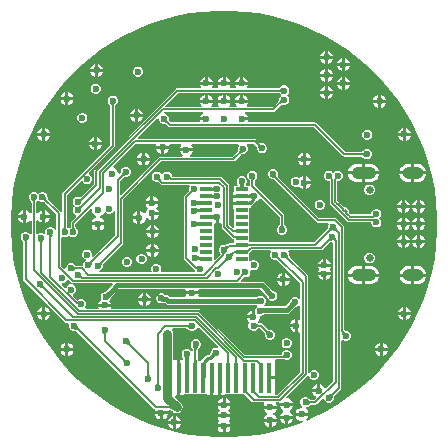
<source format=gbr>
%TF.GenerationSoftware,Altium Limited,Altium Designer,22.4.2 (48)*%
G04 Layer_Physical_Order=4*
G04 Layer_Color=16711680*
%FSLAX26Y26*%
%MOIN*%
%TF.SameCoordinates,EEB37D52-3F05-4F2D-94FA-AFEEE7D9EDB4*%
%TF.FilePolarity,Positive*%
%TF.FileFunction,Copper,L4,Bot,Signal*%
%TF.Part,Single*%
G01*
G75*
%TA.AperFunction,Conductor*%
%ADD45C,0.005000*%
%ADD46C,0.015000*%
%ADD48C,0.010000*%
%ADD49C,0.030000*%
%ADD50C,0.008000*%
%TA.AperFunction,ComponentPad*%
%ADD52C,0.025591*%
%ADD53O,0.082677X0.041339*%
%ADD54O,0.070866X0.039370*%
%TA.AperFunction,ViaPad*%
%ADD55C,0.023622*%
%TA.AperFunction,SMDPad,CuDef*%
%ADD56R,0.039370X0.011811*%
%TA.AperFunction,ConnectorPad*%
%ADD57R,0.013780X0.098425*%
G36*
X69740Y708081D02*
X115901Y702004D01*
X161566Y692920D01*
X206540Y680870D01*
X250628Y665904D01*
X293644Y648086D01*
X335402Y627493D01*
X375724Y604213D01*
X414437Y578346D01*
X451375Y550002D01*
X486381Y519303D01*
X519303Y486381D01*
X550002Y451375D01*
X578346Y414437D01*
X604213Y375724D01*
X627493Y335402D01*
X648086Y293644D01*
X665904Y250628D01*
X680870Y206540D01*
X692920Y161566D01*
X702004Y115901D01*
X708081Y69740D01*
X711126Y23280D01*
Y-23280D01*
X708081Y-69740D01*
X702004Y-115901D01*
X692920Y-161566D01*
X680870Y-206540D01*
X665904Y-250628D01*
X648086Y-293644D01*
X627493Y-335402D01*
X604213Y-375724D01*
X578346Y-414437D01*
X550002Y-451375D01*
X519303Y-486381D01*
X486381Y-519303D01*
X451375Y-550002D01*
X414437Y-578346D01*
X375724Y-604213D01*
X335402Y-627493D01*
X293644Y-648086D01*
X276381Y-655237D01*
X273548Y-650998D01*
X278333Y-646213D01*
X281380Y-638858D01*
X238305D01*
X241352Y-646213D01*
X247488Y-652349D01*
X255504Y-655669D01*
X262270D01*
X263265Y-660669D01*
X250628Y-665904D01*
X206540Y-680870D01*
X161566Y-692920D01*
X115901Y-702004D01*
X69740Y-708081D01*
X23280Y-711126D01*
X-23280D01*
X-69740Y-708081D01*
X-115901Y-702004D01*
X-161566Y-692920D01*
X-206540Y-680870D01*
X-250628Y-665904D01*
X-293644Y-648086D01*
X-335402Y-627493D01*
X-375724Y-604213D01*
X-414437Y-578346D01*
X-451375Y-550002D01*
X-486381Y-519303D01*
X-519303Y-486381D01*
X-550002Y-451375D01*
X-578346Y-414437D01*
X-604213Y-375724D01*
X-627493Y-335402D01*
X-648086Y-293644D01*
X-665904Y-250628D01*
X-680870Y-206540D01*
X-692920Y-161566D01*
X-702004Y-115901D01*
X-708081Y-69740D01*
X-711126Y-23280D01*
Y23280D01*
X-708081Y69740D01*
X-702004Y115901D01*
X-692920Y161566D01*
X-680870Y206540D01*
X-665904Y250628D01*
X-648086Y293644D01*
X-627493Y335402D01*
X-604213Y375724D01*
X-578346Y414437D01*
X-550002Y451375D01*
X-519303Y486381D01*
X-486381Y519303D01*
X-451375Y550002D01*
X-414437Y578346D01*
X-375724Y604213D01*
X-335402Y627493D01*
X-293644Y648086D01*
X-250628Y665904D01*
X-206540Y680870D01*
X-161566Y692920D01*
X-115901Y702004D01*
X-69740Y708081D01*
X-23280Y711126D01*
X23280D01*
X69740Y708081D01*
D02*
G37*
%LPC*%
G36*
X347520Y576655D02*
Y560118D01*
X364057D01*
X361010Y567473D01*
X354875Y573609D01*
X347520Y576655D01*
D02*
G37*
G36*
X337520D02*
X330165Y573609D01*
X324029Y567473D01*
X320983Y560118D01*
X337520D01*
Y576655D01*
D02*
G37*
G36*
X402638Y553033D02*
Y536496D01*
X419175D01*
X416128Y543851D01*
X409993Y549987D01*
X402638Y553033D01*
D02*
G37*
G36*
X392638D02*
X385283Y549987D01*
X379147Y543851D01*
X376101Y536496D01*
X392638D01*
Y553033D01*
D02*
G37*
G36*
X364057Y550118D02*
X347520D01*
Y533581D01*
X354875Y536628D01*
X361010Y542763D01*
X364057Y550118D01*
D02*
G37*
G36*
X337520D02*
X320983D01*
X324029Y542763D01*
X330165Y536628D01*
X337520Y533581D01*
Y550118D01*
D02*
G37*
G36*
X-420000Y533537D02*
Y517000D01*
X-403463D01*
X-406510Y524355D01*
X-412645Y530490D01*
X-420000Y533537D01*
D02*
G37*
G36*
X-430000D02*
X-437355Y530490D01*
X-443490Y524355D01*
X-446537Y517000D01*
X-430000D01*
Y533537D01*
D02*
G37*
G36*
X419175Y526496D02*
X402638D01*
Y509959D01*
X409993Y513006D01*
X416128Y519141D01*
X419175Y526496D01*
D02*
G37*
G36*
X392638D02*
X376101D01*
X379147Y519141D01*
X385283Y513006D01*
X392638Y509959D01*
Y526496D01*
D02*
G37*
G36*
X347520Y517600D02*
Y501063D01*
X364057D01*
X361010Y508418D01*
X354875Y514553D01*
X347520Y517600D01*
D02*
G37*
G36*
X337520D02*
X330165Y514553D01*
X324029Y508418D01*
X320983Y501063D01*
X337520D01*
Y517600D01*
D02*
G37*
G36*
X-284058Y524685D02*
X-290745D01*
X-296924Y522126D01*
X-301653Y517397D01*
X-304213Y511218D01*
Y504530D01*
X-301653Y498351D01*
X-296924Y493622D01*
X-290745Y491063D01*
X-284058D01*
X-277879Y493622D01*
X-273150Y498351D01*
X-270591Y504530D01*
Y511218D01*
X-273150Y517397D01*
X-277879Y522126D01*
X-284058Y524685D01*
D02*
G37*
G36*
X-403463Y507000D02*
X-420000D01*
Y490463D01*
X-412645Y493510D01*
X-406510Y499645D01*
X-403463Y507000D01*
D02*
G37*
G36*
X-430000D02*
X-446537D01*
X-443490Y499645D01*
X-437355Y493510D01*
X-430000Y490463D01*
Y507000D01*
D02*
G37*
G36*
X364057Y491063D02*
X347520D01*
Y474526D01*
X354875Y477572D01*
X361010Y483708D01*
X364057Y491063D01*
D02*
G37*
G36*
X337520D02*
X320983D01*
X324029Y483708D01*
X330165Y477572D01*
X337520Y474526D01*
Y491063D01*
D02*
G37*
G36*
X402638Y490041D02*
Y473504D01*
X419175D01*
X416128Y480859D01*
X409993Y486994D01*
X402638Y490041D01*
D02*
G37*
G36*
X392638D02*
X385283Y486994D01*
X379147Y480859D01*
X376101Y473504D01*
X392638D01*
Y490041D01*
D02*
G37*
G36*
X64055D02*
Y473504D01*
X80592D01*
X77546Y480859D01*
X71410Y486994D01*
X64055Y490041D01*
D02*
G37*
G36*
X54055D02*
X46700Y486994D01*
X40565Y480859D01*
X37518Y473504D01*
X54055D01*
Y490041D01*
D02*
G37*
G36*
X5000D02*
Y473504D01*
X21537D01*
X18491Y480859D01*
X12355Y486994D01*
X5000Y490041D01*
D02*
G37*
G36*
X-5000D02*
X-12355Y486994D01*
X-18491Y480859D01*
X-21537Y473504D01*
X-5000D01*
Y490041D01*
D02*
G37*
G36*
X-54055D02*
Y473504D01*
X-37518D01*
X-40565Y480859D01*
X-46700Y486994D01*
X-54055Y490041D01*
D02*
G37*
G36*
X-64055D02*
X-71410Y486994D01*
X-77546Y480859D01*
X-80592Y473504D01*
X-64055D01*
Y490041D01*
D02*
G37*
G36*
X80592Y463504D02*
X37518D01*
X39993Y457529D01*
X37652Y452529D01*
X21403D01*
X19062Y457529D01*
X21537Y463504D01*
X-21537D01*
X-19062Y457529D01*
X-21403Y452529D01*
X-37652D01*
X-39993Y457529D01*
X-37518Y463504D01*
X-80592D01*
X-78117Y457529D01*
X-80458Y452529D01*
X-155874D01*
X-155874Y452529D01*
X-158801Y451947D01*
X-161281Y450289D01*
X-430604Y180966D01*
X-432262Y178486D01*
X-432844Y175559D01*
Y133089D01*
X-477772Y88160D01*
X-478666Y89055D01*
X-484845Y91614D01*
X-491533D01*
X-497712Y89055D01*
X-502441Y84326D01*
X-505000Y78147D01*
Y71459D01*
X-502441Y65281D01*
X-500919Y63758D01*
X-497769Y60492D01*
X-500919Y57226D01*
X-502441Y55704D01*
X-505000Y49525D01*
Y42837D01*
X-502441Y36658D01*
X-497712Y31930D01*
X-494392Y30554D01*
X-493124Y24751D01*
X-508257Y9618D01*
X-509914Y7137D01*
X-510496Y4211D01*
Y-8070D01*
X-510751Y-8590D01*
X-510788Y-9188D01*
X-510850Y-9522D01*
X-510978Y-9949D01*
X-511192Y-10472D01*
X-511509Y-11088D01*
X-511939Y-11787D01*
X-512450Y-12505D01*
X-513934Y-14251D01*
X-514045Y-14364D01*
X-514838Y-14684D01*
X-516040Y-14878D01*
X-518230Y-14874D01*
X-519156Y-14741D01*
X-520372Y-14237D01*
X-521217Y-13338D01*
X-521856Y-12547D01*
X-522408Y-11774D01*
X-522838Y-11077D01*
X-523154Y-10464D01*
X-523368Y-9942D01*
X-523496Y-9516D01*
X-523557Y-9183D01*
X-523595Y-8585D01*
X-523849Y-8065D01*
Y97646D01*
X-477430Y144065D01*
X-471627Y142797D01*
X-470252Y139477D01*
X-465523Y134748D01*
X-459344Y132189D01*
X-452656D01*
X-446477Y134748D01*
X-441748Y139477D01*
X-439189Y145656D01*
Y152344D01*
X-441748Y158523D01*
X-446477Y163252D01*
X-449797Y164627D01*
X-451065Y170430D01*
X-365793Y255702D01*
X-365793Y255702D01*
X-364135Y258183D01*
X-363553Y261110D01*
Y391848D01*
X-363299Y392368D01*
X-363261Y392966D01*
X-363200Y393299D01*
X-363072Y393727D01*
X-362858Y394249D01*
X-362541Y394865D01*
X-362110Y395565D01*
X-361599Y396282D01*
X-360027Y398133D01*
X-359065Y399116D01*
X-358674Y400088D01*
X-356949Y401814D01*
X-354389Y407993D01*
Y414680D01*
X-356949Y420859D01*
X-361678Y425588D01*
X-367856Y428147D01*
X-374544D01*
X-380723Y425588D01*
X-385452Y420859D01*
X-388011Y414680D01*
Y407993D01*
X-385452Y401814D01*
X-383767Y400129D01*
X-383418Y399202D01*
X-381480Y397133D01*
X-380843Y396342D01*
X-380290Y395565D01*
X-379860Y394866D01*
X-379543Y394250D01*
X-379328Y393726D01*
X-379200Y393299D01*
X-379139Y392966D01*
X-379102Y392368D01*
X-378847Y391848D01*
Y264277D01*
X-536903Y106221D01*
X-538561Y103740D01*
X-539143Y100814D01*
Y40492D01*
X-541668Y39682D01*
X-544143Y39660D01*
X-545375Y41505D01*
X-586049Y82178D01*
X-586236Y82725D01*
X-586632Y83175D01*
X-586825Y83454D01*
X-587037Y83846D01*
X-587255Y84368D01*
X-587466Y85026D01*
X-587657Y85827D01*
X-587803Y86695D01*
X-587999Y89115D01*
X-588014Y90491D01*
X-588425Y91454D01*
Y93895D01*
X-590985Y100074D01*
X-595714Y104803D01*
X-601892Y107362D01*
X-608580D01*
X-614759Y104803D01*
X-616281Y103281D01*
X-619547Y100131D01*
X-622814Y103281D01*
X-624336Y104803D01*
X-630514Y107362D01*
X-637202D01*
X-643381Y104803D01*
X-648110Y100074D01*
X-650669Y93895D01*
Y87207D01*
X-648110Y81029D01*
X-646425Y79344D01*
X-646076Y78417D01*
X-644138Y76348D01*
X-643501Y75557D01*
X-642948Y74779D01*
X-642518Y74081D01*
X-642201Y73465D01*
X-641986Y72941D01*
X-641859Y72514D01*
X-641797Y72180D01*
X-641760Y71582D01*
X-641505Y71063D01*
Y36106D01*
X-646505Y35111D01*
X-646864Y35977D01*
X-652999Y42112D01*
X-660354Y45159D01*
Y23622D01*
Y2085D01*
X-652999Y5131D01*
X-646864Y11267D01*
X-646505Y12133D01*
X-641505Y11138D01*
Y-34384D01*
X-646505Y-35379D01*
X-647166Y-33785D01*
X-651895Y-29055D01*
X-658073Y-26496D01*
X-664761D01*
X-670940Y-29055D01*
X-675669Y-33785D01*
X-678228Y-39963D01*
Y-46651D01*
X-675669Y-52830D01*
X-673984Y-54515D01*
X-673635Y-55441D01*
X-671697Y-57511D01*
X-671061Y-58302D01*
X-670507Y-59079D01*
X-670077Y-59778D01*
X-669760Y-60394D01*
X-669545Y-60917D01*
X-669418Y-61344D01*
X-669356Y-61678D01*
X-669319Y-62276D01*
X-669064Y-62796D01*
Y-185039D01*
X-668482Y-187966D01*
X-666824Y-190446D01*
X-530899Y-326371D01*
X-530899Y-326372D01*
X-528418Y-328029D01*
X-525492Y-328611D01*
X-525492Y-328611D01*
X-518914D01*
X-515707Y-333611D01*
X-517082Y-336932D01*
Y-343619D01*
X-514523Y-349798D01*
X-509794Y-354527D01*
X-503615Y-357087D01*
X-499173D01*
X-498211Y-357374D01*
X-496873Y-357236D01*
X-495793Y-357185D01*
X-494839Y-357201D01*
X-494022Y-357273D01*
X-493337Y-357390D01*
X-492783Y-357538D01*
X-492351Y-357702D01*
X-492021Y-357872D01*
X-491769Y-358043D01*
X-491307Y-358450D01*
X-491151Y-358503D01*
X-491070Y-358646D01*
X-490627Y-358770D01*
X-233754Y-615643D01*
X-231273Y-617301D01*
X-229314Y-622785D01*
X-230198Y-624921D01*
X-187124D01*
X-187466Y-624097D01*
X-186400Y-621861D01*
X-183902Y-619635D01*
X-181947Y-620032D01*
X-179102Y-620815D01*
X-176681Y-621702D01*
X-174687Y-622664D01*
X-173113Y-623668D01*
X-171596Y-624964D01*
X-171287Y-625064D01*
X-165284Y-629076D01*
X-157480Y-630628D01*
X-149677Y-629076D01*
X-143061Y-624655D01*
X-138641Y-618040D01*
X-137089Y-610236D01*
X-138641Y-602433D01*
X-143061Y-595817D01*
X-163235Y-575643D01*
X-161322Y-571024D01*
X-156575D01*
Y-511811D01*
Y-452598D01*
X-168464D01*
X-168585Y-447648D01*
Y-366142D01*
X-170137Y-358338D01*
X-173519Y-353277D01*
X-171399Y-348277D01*
X-125788D01*
X-125268Y-348531D01*
X-124670Y-348569D01*
X-124337Y-348630D01*
X-123909Y-348758D01*
X-123386Y-348972D01*
X-122770Y-349289D01*
X-122071Y-349720D01*
X-121353Y-350231D01*
X-119503Y-351803D01*
X-118520Y-352765D01*
X-117548Y-353156D01*
X-115822Y-354882D01*
X-109643Y-357441D01*
X-102955D01*
X-96777Y-354882D01*
X-92048Y-350152D01*
X-90000Y-345209D01*
X-84869Y-343268D01*
X-20434Y-407704D01*
X-21589Y-410647D01*
X-22885Y-412323D01*
X-28934D01*
X-35113Y-414882D01*
X-39842Y-419611D01*
X-41976Y-424763D01*
X-42379Y-425299D01*
X-42543Y-425943D01*
X-42702Y-426413D01*
X-42912Y-426917D01*
X-43180Y-427456D01*
X-43510Y-428030D01*
X-43904Y-428633D01*
X-44333Y-429218D01*
X-45555Y-430661D01*
X-46269Y-431403D01*
X-46465Y-431903D01*
X-50145Y-435583D01*
X-53933D01*
X-57835Y-436359D01*
X-61143Y-438569D01*
X-74217Y-451644D01*
X-76428Y-454952D01*
X-76954Y-457598D01*
X-80787Y-457598D01*
X-84567D01*
X-86296Y-452751D01*
Y-420971D01*
X-86082Y-420560D01*
X-86124Y-420427D01*
X-86065Y-420300D01*
X-86029Y-419415D01*
X-85952Y-418807D01*
X-85831Y-418250D01*
X-85667Y-417732D01*
X-85458Y-417240D01*
X-85200Y-416762D01*
X-84885Y-416287D01*
X-84502Y-415811D01*
X-84041Y-415326D01*
X-83344Y-414703D01*
X-82882Y-413743D01*
X-80237Y-411097D01*
X-77677Y-404919D01*
Y-398231D01*
X-80237Y-392052D01*
X-84966Y-387323D01*
X-91144Y-384764D01*
X-97832D01*
X-104011Y-387323D01*
X-108740Y-392052D01*
X-111299Y-398231D01*
Y-404919D01*
X-108740Y-411097D01*
X-107842Y-411995D01*
X-107632Y-412702D01*
X-106987Y-413496D01*
X-106517Y-414156D01*
X-106117Y-414805D01*
X-105780Y-415446D01*
X-105503Y-416082D01*
X-105281Y-416718D01*
X-105110Y-417356D01*
X-104987Y-418007D01*
X-104913Y-418678D01*
X-104881Y-419566D01*
X-104649Y-420073D01*
Y-424790D01*
X-109649Y-425785D01*
X-109985Y-424973D01*
X-114714Y-420244D01*
X-120893Y-417685D01*
X-127580D01*
X-133759Y-420244D01*
X-138488Y-424973D01*
X-141048Y-431152D01*
Y-437840D01*
X-138488Y-444018D01*
X-136716Y-445791D01*
X-136362Y-446721D01*
X-137404Y-451590D01*
X-137652Y-451817D01*
X-138214Y-452185D01*
X-138742Y-452413D01*
X-139535Y-452598D01*
X-146575D01*
Y-511811D01*
Y-571024D01*
X-134685D01*
Y-566024D01*
X-113347D01*
X-112126Y-566024D01*
X-108346D01*
X-107126Y-566024D01*
X-85787D01*
X-84567Y-566024D01*
X-80787D01*
X-79567Y-566024D01*
X-58228D01*
Y-571024D01*
X-46339D01*
Y-511811D01*
X-36339D01*
Y-571024D01*
X-18779D01*
Y-511811D01*
X-8780D01*
Y-571024D01*
X3110D01*
Y-566024D01*
X25669D01*
Y-566024D01*
X29449D01*
Y-566024D01*
X53228D01*
Y-566024D01*
X57008D01*
Y-566024D01*
X67306D01*
X67880Y-566884D01*
X93018Y-592021D01*
X95499Y-593679D01*
X98425Y-594261D01*
X132140D01*
X134481Y-599261D01*
X132006Y-605236D01*
X175080D01*
X172605Y-599261D01*
X174946Y-594261D01*
X182997D01*
X186173Y-597362D01*
X230198D01*
X227152Y-590007D01*
X221016Y-583872D01*
X213000Y-580551D01*
X208988D01*
X206917Y-575551D01*
X277061Y-505407D01*
X277402Y-504897D01*
X282402Y-506414D01*
Y-507281D01*
X284961Y-513460D01*
X289690Y-518189D01*
X295869Y-520748D01*
X302557D01*
X308735Y-518189D01*
X313464Y-513460D01*
X316024Y-507281D01*
Y-500593D01*
X313464Y-494414D01*
X308735Y-489685D01*
X302557Y-487126D01*
X295869D01*
X289690Y-489685D01*
X284961Y-494414D01*
X284300Y-496009D01*
X279300Y-495014D01*
Y-173228D01*
X278718Y-170302D01*
X277061Y-167821D01*
X219975Y-110735D01*
X219787Y-110188D01*
X219391Y-109739D01*
X219198Y-109459D01*
X218987Y-109067D01*
X218768Y-108545D01*
X218557Y-107887D01*
X218367Y-107086D01*
X218221Y-106219D01*
X218024Y-103798D01*
X218010Y-102422D01*
X217598Y-101459D01*
Y-99018D01*
X215039Y-92840D01*
X213941Y-91741D01*
X216012Y-86741D01*
X324906D01*
X327832Y-86159D01*
X330313Y-84502D01*
X352627Y-62188D01*
X353174Y-62000D01*
X353623Y-61604D01*
X353903Y-61411D01*
X354295Y-61200D01*
X354817Y-60981D01*
X355475Y-60770D01*
X356276Y-60580D01*
X357143Y-60434D01*
X359243Y-60263D01*
X359653Y-60305D01*
X363747Y-63453D01*
X364097Y-63857D01*
X364243Y-64592D01*
Y-522581D01*
X339740Y-547083D01*
X334836Y-546108D01*
X333451Y-542763D01*
X327315Y-536628D01*
X319961Y-533581D01*
Y-555118D01*
X314961D01*
Y-560118D01*
X293424D01*
X296470Y-567473D01*
X302606Y-573609D01*
X305950Y-574994D01*
X306925Y-579898D01*
X299982Y-586841D01*
X291142D01*
X290622Y-586587D01*
X290024Y-586549D01*
X289691Y-586488D01*
X289263Y-586360D01*
X288741Y-586146D01*
X288125Y-585829D01*
X287425Y-585398D01*
X286708Y-584888D01*
X284857Y-583316D01*
X283874Y-582353D01*
X282902Y-581962D01*
X281176Y-580237D01*
X274997Y-577677D01*
X268310D01*
X262131Y-580237D01*
X257402Y-584966D01*
X254843Y-591144D01*
Y-597832D01*
X257402Y-604011D01*
X260438Y-607047D01*
X258367Y-612047D01*
X255504D01*
X247488Y-615368D01*
X241352Y-621503D01*
X238305Y-628858D01*
X281380D01*
X278333Y-621503D01*
X273129Y-616299D01*
X274280Y-611929D01*
X274662Y-611299D01*
X274997D01*
X281176Y-608740D01*
X282861Y-607055D01*
X283788Y-606706D01*
X285857Y-604768D01*
X286648Y-604131D01*
X287425Y-603578D01*
X288124Y-603148D01*
X288740Y-602831D01*
X289264Y-602616D01*
X289691Y-602488D01*
X290024Y-602427D01*
X290622Y-602390D01*
X291142Y-602135D01*
X303150D01*
X306076Y-601553D01*
X308557Y-599895D01*
X328583Y-579870D01*
X333583Y-581941D01*
Y-582084D01*
X336142Y-588263D01*
X340871Y-592992D01*
X347050Y-595551D01*
X353738D01*
X359916Y-592992D01*
X364645Y-588263D01*
X367205Y-582084D01*
Y-579701D01*
X367613Y-578799D01*
X367706Y-575967D01*
X367815Y-574954D01*
X367973Y-574016D01*
X368164Y-573216D01*
X368375Y-572558D01*
X368594Y-572035D01*
X368805Y-571643D01*
X368998Y-571363D01*
X369394Y-570915D01*
X369581Y-570367D01*
X387297Y-552651D01*
X388955Y-550170D01*
X389537Y-547244D01*
Y-388886D01*
X394537Y-386815D01*
X395989Y-388267D01*
X402168Y-390827D01*
X408856D01*
X415034Y-388267D01*
X419763Y-383538D01*
X422323Y-377360D01*
Y-370672D01*
X419763Y-364493D01*
X415034Y-359764D01*
X410007Y-357682D01*
X409414Y-357242D01*
X406284Y-356458D01*
X405099Y-356106D01*
X402889Y-355315D01*
X402123Y-354979D01*
X401466Y-354646D01*
X400980Y-354354D01*
X400669Y-354131D01*
X400274Y-353781D01*
X399722Y-353589D01*
X399647Y-353514D01*
Y-8590D01*
X399647Y-8589D01*
X399065Y-5663D01*
X397407Y-3182D01*
X376818Y17407D01*
X374337Y19065D01*
X371411Y19647D01*
X317939D01*
X181176Y156410D01*
X181141Y156622D01*
X180762Y156893D01*
X180612Y157333D01*
X180197Y157805D01*
X180046Y158030D01*
X179913Y158299D01*
X179792Y158644D01*
X179692Y159092D01*
X179627Y159660D01*
X179613Y160360D01*
X179667Y161190D01*
X179800Y162150D01*
X180055Y163383D01*
X179999Y163676D01*
X180072Y163854D01*
Y170542D01*
X177513Y176721D01*
X172784Y181450D01*
X166605Y184009D01*
X159917D01*
X153739Y181450D01*
X149010Y176721D01*
X146450Y170542D01*
Y163854D01*
X149010Y157676D01*
X153739Y152947D01*
X158959Y150784D01*
X159494Y150393D01*
X162614Y149637D01*
X163794Y149295D01*
X165993Y148521D01*
X166754Y148191D01*
X167406Y147862D01*
X167890Y147573D01*
X168202Y147350D01*
X168598Y146998D01*
X169151Y146807D01*
X309364Y6593D01*
X309364Y6593D01*
X311845Y4935D01*
X314772Y4353D01*
X314772Y4353D01*
X346508D01*
X348748Y-478D01*
X346189Y-6656D01*
Y-9039D01*
X345781Y-9941D01*
X345688Y-12773D01*
X345578Y-13786D01*
X345421Y-14724D01*
X345230Y-15524D01*
X345019Y-16183D01*
X344800Y-16706D01*
X344589Y-17097D01*
X344396Y-17377D01*
X344000Y-17826D01*
X343812Y-18373D01*
X300738Y-61448D01*
X84801D01*
X83543Y-56969D01*
X83543Y-56968D01*
X83543D01*
X83543Y-56968D01*
Y-35158D01*
X83543D01*
Y-33937D01*
X83543D01*
X83543Y-12126D01*
X83543Y-7126D01*
X83543Y10906D01*
X83543Y15906D01*
X83543Y33937D01*
X83543Y38937D01*
Y53189D01*
X88543D01*
Y60360D01*
X89650Y60580D01*
X92958Y62790D01*
X102902Y72734D01*
X110780Y75998D01*
X116916Y82133D01*
X118301Y85478D01*
X123205Y86453D01*
X185549Y24109D01*
Y-390D01*
X185294Y-910D01*
X185257Y-1508D01*
X185196Y-1841D01*
X185068Y-2269D01*
X184854Y-2791D01*
X184537Y-3407D01*
X184106Y-4107D01*
X183595Y-4824D01*
X182023Y-6675D01*
X181061Y-7658D01*
X180670Y-8630D01*
X178944Y-10356D01*
X176385Y-16535D01*
Y-23223D01*
X178944Y-29401D01*
X183673Y-34130D01*
X189852Y-36690D01*
X196540D01*
X202719Y-34130D01*
X207447Y-29401D01*
X210007Y-23223D01*
Y-16535D01*
X207447Y-10356D01*
X205762Y-8671D01*
X205414Y-7744D01*
X203476Y-5675D01*
X202839Y-4884D01*
X202286Y-4107D01*
X201855Y-3408D01*
X201538Y-2792D01*
X201324Y-2268D01*
X201196Y-1841D01*
X201135Y-1508D01*
X201097Y-910D01*
X200843Y-390D01*
Y27276D01*
X200843Y27276D01*
X200261Y30203D01*
X198603Y32684D01*
X102135Y129152D01*
Y141929D01*
X102390Y142448D01*
X102427Y143046D01*
X102488Y143380D01*
X102616Y143808D01*
X102830Y144330D01*
X103147Y144946D01*
X103578Y145646D01*
X104089Y146363D01*
X105661Y148213D01*
X106624Y149197D01*
X107014Y150169D01*
X108740Y151895D01*
X111299Y158073D01*
Y164761D01*
X108740Y170940D01*
X104011Y175669D01*
X97832Y178228D01*
X91144D01*
X84966Y175669D01*
X80237Y170940D01*
X77677Y164761D01*
Y158073D01*
X80237Y151895D01*
X81922Y150210D01*
X82270Y149283D01*
X84208Y147214D01*
X84845Y146423D01*
X85399Y145645D01*
X85829Y144947D01*
X86146Y144331D01*
X86360Y143807D01*
X86488Y143380D01*
X86549Y143047D01*
X86587Y142448D01*
X86841Y141929D01*
Y129697D01*
X83543Y126063D01*
X74814D01*
X73512Y127378D01*
X72443Y129173D01*
X72160Y131063D01*
X73307Y132210D01*
X75866Y138388D01*
Y145076D01*
X73307Y151255D01*
X68578Y155984D01*
X62399Y158543D01*
X55711D01*
X49532Y155984D01*
X44803Y151255D01*
X42244Y145076D01*
Y138388D01*
X44803Y132210D01*
X45950Y131063D01*
X45668Y129173D01*
X44599Y127378D01*
X43296Y126063D01*
X34173D01*
Y108031D01*
X29173D01*
Y97126D01*
X58858D01*
Y87126D01*
X29173D01*
Y76221D01*
Y74094D01*
X58858D01*
Y64094D01*
X29173D01*
Y53189D01*
X30638D01*
X34173Y49653D01*
X34173Y35157D01*
X34173Y30157D01*
X34173Y12126D01*
X34173Y7126D01*
X34173Y-12173D01*
X29173Y-14244D01*
X17273Y-2344D01*
Y127103D01*
X16691Y130029D01*
X15033Y132510D01*
X15033Y132510D01*
X-7471Y155013D01*
X-9951Y156671D01*
X-12878Y157253D01*
X-172165D01*
Y160824D01*
X-174725Y167003D01*
X-179454Y171732D01*
X-185632Y174291D01*
X-192320D01*
X-198499Y171732D01*
X-203228Y167003D01*
X-203987Y165171D01*
X-209399D01*
X-210158Y167003D01*
X-214887Y171732D01*
X-221065Y174291D01*
X-227753D01*
X-233932Y171732D01*
X-238661Y167003D01*
X-241220Y160824D01*
Y154136D01*
X-238661Y147958D01*
X-233932Y143229D01*
X-227753Y140669D01*
X-225370D01*
X-224468Y140261D01*
X-221636Y140168D01*
X-220624Y140059D01*
X-219685Y139901D01*
X-218885Y139710D01*
X-218227Y139500D01*
X-217704Y139280D01*
X-217312Y139069D01*
X-217033Y138876D01*
X-216584Y138480D01*
X-216036Y138293D01*
X-210506Y132762D01*
X-208025Y131105D01*
X-205098Y130522D01*
X-205098Y130522D01*
X-116320D01*
X-113551Y125522D01*
X-115236Y121454D01*
Y119071D01*
X-115645Y118169D01*
X-115737Y115337D01*
X-115847Y114324D01*
X-116005Y113386D01*
X-116195Y112586D01*
X-116406Y111928D01*
X-116625Y111405D01*
X-116836Y111013D01*
X-117029Y110733D01*
X-117425Y110285D01*
X-117613Y109737D01*
X-131392Y95958D01*
X-133049Y93478D01*
X-133631Y90551D01*
Y-114173D01*
X-133049Y-117100D01*
X-131392Y-119580D01*
X-98708Y-152264D01*
X-96227Y-153922D01*
X-96074Y-156813D01*
X-100012Y-161270D01*
X-206963D01*
X-210171Y-156270D01*
X-208795Y-152950D01*
Y-146262D01*
X-211355Y-140084D01*
X-216084Y-135355D01*
X-222262Y-132795D01*
X-228950D01*
X-235129Y-135355D01*
X-239858Y-140084D01*
X-242417Y-146262D01*
Y-152950D01*
X-241042Y-156270D01*
X-244249Y-161270D01*
X-415664D01*
X-416658Y-156270D01*
X-411737Y-154232D01*
X-407008Y-149503D01*
X-404449Y-143324D01*
Y-142294D01*
X-404124Y-141705D01*
X-403959Y-140232D01*
X-403518Y-137642D01*
X-403282Y-136666D01*
X-403015Y-135778D01*
X-402739Y-135037D01*
X-402469Y-134447D01*
X-402221Y-134007D01*
X-402009Y-133706D01*
X-401629Y-133276D01*
X-401440Y-132727D01*
X-338923Y-70210D01*
X-337266Y-67730D01*
X-336684Y-64803D01*
X-336684Y-64803D01*
Y81636D01*
X-209431Y208889D01*
X31496D01*
X34422Y209471D01*
X36903Y211128D01*
X56709Y230934D01*
X57261Y231125D01*
X57660Y231479D01*
X57972Y231702D01*
X58381Y231946D01*
X59984Y232689D01*
X60788Y232987D01*
X64743Y234109D01*
X66249Y234442D01*
X66249D01*
X66249Y234442D01*
X66262Y234445D01*
X66723Y234767D01*
X72213Y237041D01*
X76942Y241770D01*
X79502Y247949D01*
Y254637D01*
X76942Y260816D01*
X75189Y262570D01*
X77260Y267570D01*
X99569D01*
X106797Y260342D01*
X106984Y259794D01*
X107380Y259345D01*
X107573Y259065D01*
X107785Y258673D01*
X108004Y258151D01*
X108214Y257493D01*
X108405Y256693D01*
X108550Y255825D01*
X108747Y253404D01*
X108762Y252029D01*
X109173Y251065D01*
Y248625D01*
X111733Y242446D01*
X116462Y237717D01*
X122640Y235157D01*
X129328D01*
X135507Y237717D01*
X140236Y242446D01*
X142795Y248625D01*
Y255312D01*
X140236Y261491D01*
X135507Y266220D01*
X129328Y268779D01*
X126945D01*
X126043Y269188D01*
X123211Y269281D01*
X122198Y269390D01*
X121260Y269548D01*
X120460Y269738D01*
X119802Y269949D01*
X119279Y270168D01*
X118887Y270380D01*
X118608Y270573D01*
X118159Y270969D01*
X117611Y271156D01*
X108144Y280624D01*
X105663Y282281D01*
X102736Y282863D01*
X-286403D01*
X-288317Y287483D01*
X-222598Y353201D01*
X-217598Y351130D01*
Y347050D01*
X-215039Y340871D01*
X-210310Y336142D01*
X-204131Y333583D01*
X-201748D01*
X-200846Y333174D01*
X-198014Y333082D01*
X-197001Y332972D01*
X-196064Y332814D01*
X-195263Y332624D01*
X-194605Y332413D01*
X-194082Y332194D01*
X-193690Y331983D01*
X-193411Y331790D01*
X-192962Y331394D01*
X-192414Y331206D01*
X-186510Y325301D01*
X-184029Y323644D01*
X-181102Y323062D01*
X299982D01*
X396168Y226876D01*
X398649Y225219D01*
X401575Y224637D01*
X456889D01*
X457409Y224382D01*
X458007Y224345D01*
X458341Y224283D01*
X458768Y224155D01*
X459291Y223941D01*
X459907Y223624D01*
X460606Y223194D01*
X461324Y222683D01*
X463174Y221111D01*
X464158Y220148D01*
X465130Y219758D01*
X466855Y218032D01*
X473034Y215472D01*
X479722D01*
X485901Y218032D01*
X490630Y222761D01*
X493189Y228940D01*
Y235627D01*
X490630Y241806D01*
X485901Y246535D01*
X479722Y249095D01*
X473034D01*
X466855Y246535D01*
X465170Y244850D01*
X464243Y244501D01*
X462175Y242564D01*
X461383Y241926D01*
X460606Y241373D01*
X459907Y240943D01*
X459291Y240626D01*
X458768Y240411D01*
X458341Y240284D01*
X458007Y240222D01*
X457409Y240185D01*
X456889Y239930D01*
X404742D01*
X308557Y336116D01*
X306076Y337774D01*
X303150Y338356D01*
X82177D01*
X79399Y342513D01*
X80592Y345394D01*
X59055D01*
Y355394D01*
X80592D01*
X77546Y362749D01*
X71410Y368884D01*
X70544Y369243D01*
X71539Y374243D01*
X164856D01*
X167782Y374825D01*
X170263Y376483D01*
X189530Y395750D01*
X189627Y395761D01*
X189950Y396169D01*
X190015Y396235D01*
X190560Y396421D01*
X191035Y396838D01*
X191250Y396982D01*
X191491Y397100D01*
X191795Y397203D01*
X192192Y397284D01*
X192706Y397331D01*
X193348Y397324D01*
X194123Y397247D01*
X195025Y397084D01*
X196210Y396784D01*
X196749Y396863D01*
X197444Y396575D01*
X204131D01*
X210310Y399134D01*
X215039Y403863D01*
X217598Y410042D01*
Y416730D01*
X215039Y422908D01*
X212021Y425927D01*
X210854Y429134D01*
X212021Y432341D01*
X215039Y435359D01*
X217598Y441538D01*
Y448226D01*
X215039Y454404D01*
X210310Y459134D01*
X204131Y461693D01*
X197444D01*
X191265Y459134D01*
X189580Y457448D01*
X188653Y457100D01*
X186584Y455162D01*
X185793Y454525D01*
X185016Y453971D01*
X184317Y453541D01*
X183701Y453224D01*
X183177Y453010D01*
X182750Y452882D01*
X182417Y452821D01*
X181819Y452783D01*
X181299Y452529D01*
X80458D01*
X78117Y457529D01*
X80592Y463504D01*
D02*
G37*
G36*
X419175D02*
X402638D01*
Y446967D01*
X409993Y450013D01*
X416128Y456149D01*
X419175Y463504D01*
D02*
G37*
G36*
X392638D02*
X376101D01*
X379147Y456149D01*
X385283Y450013D01*
X392638Y446967D01*
Y463504D01*
D02*
G37*
G36*
X347520Y458545D02*
Y442008D01*
X364057D01*
X361010Y449363D01*
X354875Y455498D01*
X347520Y458545D01*
D02*
G37*
G36*
X337520D02*
X330165Y455498D01*
X324029Y449363D01*
X320983Y442008D01*
X337520D01*
Y458545D01*
D02*
G37*
G36*
X-424656Y467811D02*
X-431344D01*
X-437523Y465252D01*
X-442252Y460523D01*
X-444811Y454344D01*
Y447656D01*
X-442252Y441477D01*
X-437523Y436748D01*
X-431344Y434189D01*
X-424656D01*
X-418477Y436748D01*
X-413748Y441477D01*
X-411189Y447656D01*
Y454344D01*
X-413748Y460523D01*
X-418477Y465252D01*
X-424656Y467811D01*
D02*
G37*
G36*
X-518504Y438816D02*
Y422279D01*
X-501966D01*
X-505013Y429634D01*
X-511149Y435769D01*
X-518504Y438816D01*
D02*
G37*
G36*
X-528504D02*
X-535858Y435769D01*
X-541994Y429634D01*
X-545040Y422279D01*
X-528504D01*
Y438816D01*
D02*
G37*
G36*
X364057Y432008D02*
X347520D01*
Y415471D01*
X354875Y418517D01*
X361010Y424653D01*
X364057Y432008D01*
D02*
G37*
G36*
X337520D02*
X320983D01*
X324029Y424653D01*
X330165Y418517D01*
X337520Y415471D01*
Y432008D01*
D02*
G37*
G36*
X524685Y430986D02*
Y414449D01*
X541222D01*
X538176Y421804D01*
X532040Y427939D01*
X524685Y430986D01*
D02*
G37*
G36*
X514685D02*
X507330Y427939D01*
X501195Y421804D01*
X498148Y414449D01*
X514685D01*
Y430986D01*
D02*
G37*
G36*
X-501966Y412279D02*
X-518504D01*
Y395742D01*
X-511149Y398788D01*
X-505013Y404924D01*
X-501966Y412279D01*
D02*
G37*
G36*
X-528504D02*
X-545040D01*
X-541994Y404924D01*
X-535858Y398788D01*
X-528504Y395742D01*
Y412279D01*
D02*
G37*
G36*
X541222Y404449D02*
X524685D01*
Y387912D01*
X532040Y390958D01*
X538176Y397094D01*
X541222Y404449D01*
D02*
G37*
G36*
X514685D02*
X498148D01*
X501195Y397094D01*
X507330Y390958D01*
X514685Y387912D01*
Y404449D01*
D02*
G37*
G36*
X-286339Y383742D02*
Y367205D01*
X-269802D01*
X-272848Y374560D01*
X-278984Y380695D01*
X-286339Y383742D01*
D02*
G37*
G36*
X-296339D02*
X-303693Y380695D01*
X-309829Y374560D01*
X-312876Y367205D01*
X-296339D01*
Y383742D01*
D02*
G37*
G36*
X-269802Y357205D02*
X-286339D01*
Y340668D01*
X-278984Y343714D01*
X-272848Y349850D01*
X-269802Y357205D01*
D02*
G37*
G36*
X-296339D02*
X-312876D01*
X-309829Y349850D01*
X-303693Y343714D01*
X-296339Y340668D01*
Y357205D01*
D02*
G37*
G36*
X-468656Y370811D02*
X-475344D01*
X-481523Y368252D01*
X-486252Y363523D01*
X-488811Y357344D01*
Y350656D01*
X-486252Y344477D01*
X-481523Y339748D01*
X-475344Y337189D01*
X-468656D01*
X-462477Y339748D01*
X-457748Y344477D01*
X-455189Y350656D01*
Y357344D01*
X-457748Y363523D01*
X-462477Y368252D01*
X-468656Y370811D01*
D02*
G37*
G36*
X605697Y319949D02*
Y303412D01*
X622234D01*
X619187Y310767D01*
X613051Y316903D01*
X605697Y319949D01*
D02*
G37*
G36*
X595697D02*
X588342Y316903D01*
X582206Y310767D01*
X579159Y303412D01*
X595697D01*
Y319949D01*
D02*
G37*
G36*
X-595696Y319949D02*
Y303412D01*
X-579159D01*
X-582206Y310767D01*
X-588341Y316903D01*
X-595696Y319949D01*
D02*
G37*
G36*
X-605696D02*
X-613051Y316903D01*
X-619187Y310767D01*
X-622233Y303412D01*
X-605696D01*
Y319949D01*
D02*
G37*
G36*
X481344Y314811D02*
X474656D01*
X468477Y312252D01*
X463748Y307523D01*
X461189Y301344D01*
Y294656D01*
X463748Y288477D01*
X468477Y283748D01*
X474656Y281189D01*
X481344D01*
X487523Y283748D01*
X492252Y288477D01*
X494811Y294656D01*
Y301344D01*
X492252Y307523D01*
X487523Y312252D01*
X481344Y314811D01*
D02*
G37*
G36*
X622234Y293412D02*
X605697D01*
Y276875D01*
X613051Y279922D01*
X619187Y286057D01*
X622234Y293412D01*
D02*
G37*
G36*
X595697D02*
X579159D01*
X582206Y286057D01*
X588342Y279922D01*
X595697Y276875D01*
Y293412D01*
D02*
G37*
G36*
X-579159Y293412D02*
X-595696D01*
Y276875D01*
X-588341Y279922D01*
X-582206Y286057D01*
X-579159Y293412D01*
D02*
G37*
G36*
X-605696D02*
X-622233D01*
X-619187Y286057D01*
X-613051Y279922D01*
X-605696Y276875D01*
Y293412D01*
D02*
G37*
G36*
X-424134Y289253D02*
Y272716D01*
X-407597D01*
X-410643Y280071D01*
X-416779Y286207D01*
X-424134Y289253D01*
D02*
G37*
G36*
X-434134D02*
X-441489Y286207D01*
X-447624Y280071D01*
X-450671Y272716D01*
X-434134D01*
Y289253D01*
D02*
G37*
G36*
X-407597Y262716D02*
X-424134D01*
Y246179D01*
X-416779Y249226D01*
X-410643Y255362D01*
X-407597Y262716D01*
D02*
G37*
G36*
X-434134D02*
X-450671D01*
X-447624Y255362D01*
X-441489Y249226D01*
X-434134Y246179D01*
Y262716D01*
D02*
G37*
G36*
X272716Y238072D02*
Y221535D01*
X289253D01*
X286207Y228890D01*
X280071Y235026D01*
X272716Y238072D01*
D02*
G37*
G36*
X262716D02*
X255362Y235026D01*
X249226Y228890D01*
X246179Y221535D01*
X262716D01*
Y238072D01*
D02*
G37*
G36*
X289253Y211535D02*
X272716D01*
Y194998D01*
X280071Y198045D01*
X286207Y204180D01*
X289253Y211535D01*
D02*
G37*
G36*
X262716D02*
X246179D01*
X249226Y204180D01*
X255362Y198045D01*
X262716Y194998D01*
Y211535D01*
D02*
G37*
G36*
X486024Y201013D02*
X470354D01*
Y175079D01*
X516299D01*
X515904Y178085D01*
X512813Y185546D01*
X507897Y191952D01*
X501491Y196868D01*
X494030Y199959D01*
X486024Y201013D01*
D02*
G37*
G36*
X645669Y200020D02*
X634921D01*
Y175079D01*
X674952D01*
X674590Y177828D01*
X671599Y185049D01*
X666841Y191250D01*
X660640Y196008D01*
X653419Y199000D01*
X645669Y200020D01*
D02*
G37*
G36*
X624921D02*
X614173D01*
X606424Y199000D01*
X599203Y196008D01*
X593002Y191250D01*
X588244Y185049D01*
X585252Y177828D01*
X584890Y175079D01*
X624921D01*
Y200020D01*
D02*
G37*
G36*
X460354Y201013D02*
X444685D01*
X436679Y199959D01*
X429218Y196868D01*
X422812Y191952D01*
X417896Y185546D01*
X414805Y178085D01*
X414409Y175079D01*
X460354D01*
Y201013D01*
D02*
G37*
G36*
X382018Y177811D02*
X375330D01*
X369152Y175252D01*
X367604Y173703D01*
X364337Y170604D01*
X361071Y173703D01*
X359523Y175252D01*
X353344Y177811D01*
X346656D01*
X340477Y175252D01*
X335748Y170523D01*
X333189Y164344D01*
Y157656D01*
X335748Y151477D01*
X340477Y146748D01*
X346656Y144189D01*
X351664D01*
Y70547D01*
X352246Y67621D01*
X353904Y65140D01*
X366911Y52132D01*
X409762Y9282D01*
X412243Y7624D01*
X415169Y7042D01*
X415170Y7042D01*
X491189D01*
Y2034D01*
X493748Y-4145D01*
X498477Y-8874D01*
X504656Y-11433D01*
X511344D01*
X517523Y-8874D01*
X522252Y-4145D01*
X524811Y2034D01*
Y8722D01*
X522252Y14901D01*
X520730Y16423D01*
X517580Y19689D01*
X520730Y22955D01*
X522252Y24477D01*
X524811Y30656D01*
Y37344D01*
X522252Y43523D01*
X517523Y48252D01*
X511344Y50811D01*
X504656D01*
X498477Y48252D01*
X493748Y43523D01*
X491189Y37344D01*
Y32466D01*
X422348D01*
X420987Y33827D01*
X420987Y33827D01*
X420642Y34173D01*
X420642Y34173D01*
X416837Y37977D01*
X416996Y38214D01*
X417578Y41140D01*
X416996Y44066D01*
X415338Y46547D01*
X408267Y53618D01*
X405786Y55276D01*
X402860Y55858D01*
X400098Y55308D01*
X400074Y55428D01*
X398416Y57909D01*
X398416Y57910D01*
X391345Y64980D01*
X388864Y66638D01*
X388005Y66809D01*
X384175Y70639D01*
X384175Y70640D01*
X382407Y72407D01*
X382407Y72407D01*
X376958Y77857D01*
Y108845D01*
X376958Y108845D01*
Y144189D01*
X382018D01*
X388197Y146749D01*
X392926Y151477D01*
X395485Y157656D01*
Y164344D01*
X392926Y170523D01*
X388197Y175252D01*
X382018Y177811D01*
D02*
G37*
G36*
X262716Y159332D02*
X255362Y156286D01*
X251121Y152045D01*
X248718Y154448D01*
X242539Y157008D01*
X235851D01*
X229673Y154448D01*
X224944Y149720D01*
X222384Y143541D01*
Y136853D01*
X224944Y130674D01*
X229673Y125945D01*
X235851Y123386D01*
X242539D01*
X244354Y124138D01*
X249224Y125440D01*
X252255Y122411D01*
X255362Y119305D01*
X262716Y116258D01*
Y137795D01*
Y159332D01*
D02*
G37*
G36*
X272716D02*
Y142795D01*
X289253D01*
X286207Y150150D01*
X280071Y156286D01*
X272716Y159332D01*
D02*
G37*
G36*
X674952Y165079D02*
X634921D01*
Y140137D01*
X645669D01*
X653419Y141158D01*
X660640Y144149D01*
X666841Y148907D01*
X671599Y155108D01*
X674590Y162329D01*
X674952Y165079D01*
D02*
G37*
G36*
X624921D02*
X584890D01*
X585252Y162329D01*
X588244Y155108D01*
X593002Y148907D01*
X599203Y144149D01*
X606424Y141158D01*
X614173Y140137D01*
X624921D01*
Y165079D01*
D02*
G37*
G36*
X516299D02*
X470354D01*
Y139145D01*
X486024D01*
X494030Y140199D01*
X501491Y143289D01*
X507897Y148205D01*
X512813Y154612D01*
X515904Y162072D01*
X516299Y165079D01*
D02*
G37*
G36*
X460354D02*
X414409D01*
X414805Y162072D01*
X417896Y154612D01*
X422812Y148205D01*
X429218Y143289D01*
X436679Y140199D01*
X444685Y139145D01*
X460354D01*
Y165079D01*
D02*
G37*
G36*
X289253Y132795D02*
X272716D01*
Y116258D01*
X280071Y119305D01*
X286207Y125440D01*
X289253Y132795D01*
D02*
G37*
G36*
X488579Y131575D02*
X481500D01*
X474959Y128866D01*
X469953Y123860D01*
X467244Y117319D01*
Y110240D01*
X469953Y103699D01*
X474959Y98693D01*
X481500Y95984D01*
X488579D01*
X495120Y98693D01*
X500125Y103699D01*
X502835Y110240D01*
Y117319D01*
X500125Y123860D01*
X495120Y128866D01*
X488579Y131575D01*
D02*
G37*
G36*
X-235157Y92403D02*
Y75866D01*
X-218620D01*
X-221667Y83221D01*
X-227803Y89357D01*
X-235157Y92403D01*
D02*
G37*
G36*
X-245157D02*
X-252512Y89357D01*
X-258648Y83221D01*
X-261695Y75866D01*
X-245157D01*
Y92403D01*
D02*
G37*
G36*
X654606Y80592D02*
Y64055D01*
X671143D01*
X668097Y71410D01*
X661961Y77546D01*
X654606Y80592D01*
D02*
G37*
G36*
X644606D02*
X637251Y77546D01*
X631116Y71410D01*
X628069Y64055D01*
X644606D01*
Y80592D01*
D02*
G37*
G36*
X603425D02*
Y64055D01*
X619962D01*
X616916Y71410D01*
X610780Y77546D01*
X603425Y80592D01*
D02*
G37*
G36*
X593425D02*
X586070Y77546D01*
X579935Y71410D01*
X576888Y64055D01*
X593425D01*
Y80592D01*
D02*
G37*
G36*
X322241Y79803D02*
X315554D01*
X309375Y77244D01*
X304646Y72515D01*
X302087Y66336D01*
Y59648D01*
X304646Y53469D01*
X309375Y48740D01*
X315554Y46181D01*
X322241D01*
X328420Y48740D01*
X333149Y53469D01*
X335709Y59648D01*
Y66336D01*
X333149Y72515D01*
X328420Y77244D01*
X322241Y79803D01*
D02*
G37*
G36*
X671143Y54055D02*
X654606D01*
Y37518D01*
X661961Y40565D01*
X668097Y46700D01*
X671143Y54055D01*
D02*
G37*
G36*
X644606D02*
X628069D01*
X631116Y46700D01*
X637251Y40565D01*
X644606Y37518D01*
Y54055D01*
D02*
G37*
G36*
X619962D02*
X603425D01*
Y37518D01*
X610780Y40565D01*
X616916Y46700D01*
X619962Y54055D01*
D02*
G37*
G36*
X593425D02*
X576888D01*
X579935Y46700D01*
X586070Y40565D01*
X593425Y37518D01*
Y54055D01*
D02*
G37*
G36*
X-218620Y65866D02*
X-261695D01*
X-258648Y58511D01*
X-252924Y52787D01*
X-257924Y47788D01*
X-261244Y39772D01*
Y36012D01*
X-266244Y34216D01*
X-271109Y39081D01*
X-278464Y42127D01*
Y20590D01*
Y-946D01*
X-271109Y2100D01*
X-264974Y8236D01*
X-261653Y16252D01*
Y20011D01*
X-256653Y21808D01*
X-251788Y16943D01*
X-244433Y13896D01*
Y35433D01*
X-239433D01*
Y40433D01*
X-217896D01*
X-220943Y47788D01*
X-226666Y53512D01*
X-221667Y58511D01*
X-218620Y65866D01*
D02*
G37*
G36*
X-670354Y45159D02*
X-677709Y42112D01*
X-683845Y35977D01*
X-686891Y28622D01*
X-670354D01*
Y45159D01*
D02*
G37*
G36*
X-288464Y42127D02*
X-295819Y39081D01*
X-301955Y32945D01*
X-305001Y25590D01*
X-288464D01*
Y42127D01*
D02*
G37*
G36*
X-217896Y30433D02*
X-234433D01*
Y13896D01*
X-227078Y16943D01*
X-220943Y23078D01*
X-217896Y30433D01*
D02*
G37*
G36*
X654606Y21537D02*
Y5000D01*
X671143D01*
X668097Y12355D01*
X661961Y18491D01*
X654606Y21537D01*
D02*
G37*
G36*
X644606D02*
X637251Y18491D01*
X631116Y12355D01*
X628069Y5000D01*
X644606D01*
Y21537D01*
D02*
G37*
G36*
X603425D02*
Y5000D01*
X619962D01*
X616916Y12355D01*
X610780Y18491D01*
X603425Y21537D01*
D02*
G37*
G36*
X593425D02*
X586070Y18491D01*
X579935Y12355D01*
X576888Y5000D01*
X593425D01*
Y21537D01*
D02*
G37*
G36*
X-670354Y18622D02*
X-686891D01*
X-683845Y11267D01*
X-677709Y5131D01*
X-670354Y2085D01*
Y18622D01*
D02*
G37*
G36*
X-288464Y15591D02*
X-305001D01*
X-301955Y8236D01*
X-295819Y2100D01*
X-288464Y-946D01*
Y15591D01*
D02*
G37*
G36*
X-233000Y-3463D02*
Y-20000D01*
X-216463D01*
X-219510Y-12645D01*
X-225645Y-6510D01*
X-233000Y-3463D01*
D02*
G37*
G36*
X-243000D02*
X-250355Y-6510D01*
X-256490Y-12645D01*
X-259537Y-20000D01*
X-243000D01*
Y-3463D01*
D02*
G37*
G36*
X671143Y-5000D02*
X654606D01*
Y-21537D01*
X661961Y-18491D01*
X668097Y-12355D01*
X671143Y-5000D01*
D02*
G37*
G36*
X644606D02*
X628069D01*
X631116Y-12355D01*
X637251Y-18491D01*
X644606Y-21537D01*
Y-5000D01*
D02*
G37*
G36*
X619962D02*
X603425D01*
Y-21537D01*
X610780Y-18491D01*
X616916Y-12355D01*
X619962Y-5000D01*
D02*
G37*
G36*
X593425D02*
X576888D01*
X579935Y-12355D01*
X586070Y-18491D01*
X593425Y-21537D01*
Y-5000D01*
D02*
G37*
G36*
X-216463Y-30000D02*
X-233000D01*
Y-46537D01*
X-225645Y-43490D01*
X-219510Y-37355D01*
X-216463Y-30000D01*
D02*
G37*
G36*
X-243000D02*
X-259537D01*
X-256490Y-37355D01*
X-250355Y-43490D01*
X-243000Y-46537D01*
Y-30000D01*
D02*
G37*
G36*
X654606Y-37518D02*
Y-54055D01*
X671143D01*
X668097Y-46700D01*
X661961Y-40565D01*
X654606Y-37518D01*
D02*
G37*
G36*
X644606D02*
X637251Y-40565D01*
X631116Y-46700D01*
X628069Y-54055D01*
X644606D01*
Y-37518D01*
D02*
G37*
G36*
X603425D02*
Y-54055D01*
X619962D01*
X616916Y-46700D01*
X610780Y-40565D01*
X603425Y-37518D01*
D02*
G37*
G36*
X593425D02*
X586070Y-40565D01*
X579935Y-46700D01*
X576888Y-54055D01*
X593425D01*
Y-37518D01*
D02*
G37*
G36*
X671143Y-64055D02*
X654606D01*
Y-80592D01*
X661961Y-77546D01*
X668097Y-71410D01*
X671143Y-64055D01*
D02*
G37*
G36*
X644606D02*
X628069D01*
X631116Y-71410D01*
X637251Y-77546D01*
X644606Y-80592D01*
Y-64055D01*
D02*
G37*
G36*
X619962D02*
X603425D01*
Y-80592D01*
X610780Y-77546D01*
X616916Y-71410D01*
X619962Y-64055D01*
D02*
G37*
G36*
X593425D02*
X576888D01*
X579935Y-71410D01*
X586070Y-77546D01*
X593425Y-80592D01*
Y-64055D01*
D02*
G37*
G36*
X-232000Y-65463D02*
Y-82000D01*
X-215463D01*
X-218510Y-74645D01*
X-224645Y-68510D01*
X-232000Y-65463D01*
D02*
G37*
G36*
X-242000D02*
X-249355Y-68510D01*
X-255490Y-74645D01*
X-258537Y-82000D01*
X-242000D01*
Y-65463D01*
D02*
G37*
G36*
X-215463Y-92000D02*
X-232000D01*
Y-108537D01*
X-224645Y-105490D01*
X-218510Y-99355D01*
X-215463Y-92000D01*
D02*
G37*
G36*
X-242000D02*
X-258537D01*
X-255490Y-99355D01*
X-249355Y-105490D01*
X-242000Y-108537D01*
Y-92000D01*
D02*
G37*
G36*
X488579Y-95984D02*
X481500D01*
X474959Y-98693D01*
X469953Y-103699D01*
X467244Y-110240D01*
Y-117319D01*
X469953Y-123860D01*
X474959Y-128866D01*
X481500Y-131575D01*
X488579D01*
X495120Y-128866D01*
X500125Y-123860D01*
X502835Y-117319D01*
Y-110240D01*
X500125Y-103699D01*
X495120Y-98693D01*
X488579Y-95984D01*
D02*
G37*
G36*
X339646Y-116258D02*
Y-132795D01*
X356183D01*
X353136Y-125440D01*
X347001Y-119305D01*
X339646Y-116258D01*
D02*
G37*
G36*
X329646D02*
X322291Y-119305D01*
X316155Y-125440D01*
X313109Y-132795D01*
X329646D01*
Y-116258D01*
D02*
G37*
G36*
X-271643Y-100212D02*
X-278331D01*
X-284510Y-102771D01*
X-289238Y-107500D01*
X-291798Y-113679D01*
Y-120367D01*
X-289238Y-126546D01*
X-284510Y-131274D01*
X-278331Y-133834D01*
X-271643D01*
X-265464Y-131274D01*
X-260735Y-126546D01*
X-258176Y-120367D01*
Y-113679D01*
X-260735Y-107500D01*
X-265464Y-102771D01*
X-271643Y-100212D01*
D02*
G37*
G36*
X-319491Y-109173D02*
X-326178D01*
X-332357Y-111733D01*
X-337086Y-116462D01*
X-339646Y-122640D01*
Y-129328D01*
X-337086Y-135507D01*
X-332357Y-140236D01*
X-326178Y-142795D01*
X-319491D01*
X-313312Y-140236D01*
X-308583Y-135507D01*
X-306024Y-129328D01*
Y-122640D01*
X-308583Y-116462D01*
X-313312Y-111733D01*
X-319491Y-109173D01*
D02*
G37*
G36*
X356183Y-142795D02*
X313109D01*
X316155Y-150150D01*
X317580Y-151575D01*
X316155Y-152999D01*
X313109Y-160354D01*
X356183D01*
X353136Y-152999D01*
X351712Y-151575D01*
X353136Y-150150D01*
X356183Y-142795D01*
D02*
G37*
G36*
X486024Y-139145D02*
X470354D01*
Y-165079D01*
X516299D01*
X515904Y-162072D01*
X512813Y-154612D01*
X507897Y-148205D01*
X501491Y-143289D01*
X494030Y-140199D01*
X486024Y-139145D01*
D02*
G37*
G36*
X645669Y-140137D02*
X634921D01*
Y-165079D01*
X674952D01*
X674590Y-162329D01*
X671599Y-155108D01*
X666841Y-148907D01*
X660640Y-144149D01*
X653419Y-141158D01*
X645669Y-140137D01*
D02*
G37*
G36*
X624921D02*
X614173D01*
X606424Y-141158D01*
X599203Y-144149D01*
X593002Y-148907D01*
X588244Y-155108D01*
X585252Y-162329D01*
X584890Y-165079D01*
X624921D01*
Y-140137D01*
D02*
G37*
G36*
X460354Y-139145D02*
X444685D01*
X436679Y-140199D01*
X429218Y-143289D01*
X422812Y-148205D01*
X417896Y-154612D01*
X414805Y-162072D01*
X414409Y-165079D01*
X460354D01*
Y-139145D01*
D02*
G37*
G36*
X356183Y-170354D02*
X339646D01*
Y-186891D01*
X347001Y-183845D01*
X353136Y-177709D01*
X356183Y-170354D01*
D02*
G37*
G36*
X329646D02*
X313109D01*
X316155Y-177709D01*
X322291Y-183845D01*
X329646Y-186891D01*
Y-170354D01*
D02*
G37*
G36*
X674952Y-175079D02*
X634921D01*
Y-200020D01*
X645669D01*
X653419Y-199000D01*
X660640Y-196008D01*
X666841Y-191250D01*
X671599Y-185049D01*
X674590Y-177828D01*
X674952Y-175079D01*
D02*
G37*
G36*
X624921D02*
X584890D01*
X585252Y-177828D01*
X588244Y-185049D01*
X593002Y-191250D01*
X599203Y-196008D01*
X606424Y-199000D01*
X614173Y-200020D01*
X624921D01*
Y-175079D01*
D02*
G37*
G36*
X516299D02*
X470354D01*
Y-201013D01*
X486024D01*
X494030Y-199959D01*
X501491Y-196868D01*
X507897Y-191952D01*
X512813Y-185546D01*
X515904Y-178085D01*
X516299Y-175079D01*
D02*
G37*
G36*
X460354D02*
X414409D01*
X414805Y-178085D01*
X417896Y-185546D01*
X422812Y-191952D01*
X429218Y-196868D01*
X436679Y-199959D01*
X444685Y-201013D01*
X460354D01*
Y-175079D01*
D02*
G37*
G36*
X-595696Y-276875D02*
Y-293412D01*
X-579159D01*
X-582206Y-286057D01*
X-588341Y-279922D01*
X-595696Y-276875D01*
D02*
G37*
G36*
X-605696D02*
X-613051Y-279922D01*
X-619187Y-286057D01*
X-622233Y-293412D01*
X-605696D01*
Y-276875D01*
D02*
G37*
G36*
X605697Y-276875D02*
Y-293412D01*
X622234D01*
X619187Y-286057D01*
X613051Y-279922D01*
X605697Y-276875D01*
D02*
G37*
G36*
X595697D02*
X588342Y-279922D01*
X582206Y-286057D01*
X579159Y-293412D01*
X595697D01*
Y-276875D01*
D02*
G37*
G36*
X-579159Y-303412D02*
X-595696D01*
Y-319949D01*
X-588341Y-316903D01*
X-582206Y-310767D01*
X-579159Y-303412D01*
D02*
G37*
G36*
X-605696D02*
X-622233D01*
X-619187Y-310767D01*
X-613051Y-316903D01*
X-605696Y-319949D01*
Y-303412D01*
D02*
G37*
G36*
X622234Y-303412D02*
X605697D01*
Y-319949D01*
X613051Y-316903D01*
X619187Y-310767D01*
X622234Y-303412D01*
D02*
G37*
G36*
X595697D02*
X579159D01*
X582206Y-310767D01*
X588342Y-316903D01*
X595697Y-319949D01*
Y-303412D01*
D02*
G37*
G36*
X-518504Y-395742D02*
Y-412279D01*
X-501966D01*
X-505013Y-404924D01*
X-511149Y-398788D01*
X-518504Y-395742D01*
D02*
G37*
G36*
X-528504D02*
X-535858Y-398788D01*
X-541994Y-404924D01*
X-545040Y-412279D01*
X-528504D01*
Y-395742D01*
D02*
G37*
G36*
X528504Y-395742D02*
Y-412279D01*
X545041D01*
X541994Y-404924D01*
X535859Y-398788D01*
X528504Y-395742D01*
D02*
G37*
G36*
X518504D02*
X511149Y-398788D01*
X505013Y-404924D01*
X501967Y-412279D01*
X518504D01*
Y-395742D01*
D02*
G37*
G36*
X-501966Y-422279D02*
X-518504D01*
Y-438816D01*
X-511149Y-435769D01*
X-505013Y-429634D01*
X-501966Y-422279D01*
D02*
G37*
G36*
X-528504D02*
X-545040D01*
X-541994Y-429634D01*
X-535858Y-435769D01*
X-528504Y-438816D01*
Y-422279D01*
D02*
G37*
G36*
X545041Y-422279D02*
X528504D01*
Y-438816D01*
X535859Y-435769D01*
X541994Y-429634D01*
X545041Y-422279D01*
D02*
G37*
G36*
X518504D02*
X501967D01*
X505013Y-429634D01*
X511149Y-435769D01*
X518504Y-438816D01*
Y-422279D01*
D02*
G37*
G36*
X309961Y-533581D02*
X302606Y-536628D01*
X296470Y-542763D01*
X293424Y-550118D01*
X309961D01*
Y-533581D01*
D02*
G37*
G36*
X5000Y-580825D02*
Y-597362D01*
X21537D01*
X18491Y-590007D01*
X12355Y-583872D01*
X5000Y-580825D01*
D02*
G37*
G36*
X-5000D02*
X-12355Y-583872D01*
X-18491Y-590007D01*
X-21537Y-597362D01*
X-5000D01*
Y-580825D01*
D02*
G37*
G36*
X21537Y-607362D02*
X-21537D01*
X-18491Y-614717D01*
X-13129Y-620079D01*
X-18491Y-625440D01*
X-21537Y-632795D01*
X21537D01*
X18491Y-625440D01*
X13129Y-620079D01*
X18491Y-614717D01*
X21537Y-607362D01*
D02*
G37*
G36*
X230198D02*
X187124D01*
X190171Y-614717D01*
X196306Y-620853D01*
X197907Y-621516D01*
Y-626516D01*
X196306Y-627179D01*
X190171Y-633314D01*
X187124Y-640669D01*
X230198D01*
X227152Y-633314D01*
X221016Y-627179D01*
X219416Y-626516D01*
Y-621516D01*
X221016Y-620853D01*
X227152Y-614717D01*
X230198Y-607362D01*
D02*
G37*
G36*
X175080Y-615236D02*
X132006D01*
X135053Y-622591D01*
X141188Y-628727D01*
X142789Y-629390D01*
Y-634390D01*
X141188Y-635053D01*
X135053Y-641188D01*
X132006Y-648543D01*
X175080D01*
X172034Y-641188D01*
X165898Y-635053D01*
X164298Y-634390D01*
Y-629390D01*
X165898Y-628727D01*
X172034Y-622591D01*
X175080Y-615236D01*
D02*
G37*
G36*
X-187124Y-634921D02*
X-203661D01*
Y-651458D01*
X-196306Y-648412D01*
X-190171Y-642276D01*
X-187124Y-634921D01*
D02*
G37*
G36*
X-213661D02*
X-230198D01*
X-227152Y-642276D01*
X-221016Y-648412D01*
X-213661Y-651458D01*
Y-634921D01*
D02*
G37*
G36*
X-160354Y-639880D02*
Y-656417D01*
X-143817D01*
X-146864Y-649062D01*
X-152999Y-642927D01*
X-160354Y-639880D01*
D02*
G37*
G36*
X-170354D02*
X-177709Y-642927D01*
X-183845Y-649062D01*
X-186891Y-656417D01*
X-170354D01*
Y-639880D01*
D02*
G37*
G36*
X230198Y-650669D02*
X213661D01*
Y-667206D01*
X221016Y-664160D01*
X227152Y-658024D01*
X230198Y-650669D01*
D02*
G37*
G36*
X203661D02*
X187124D01*
X190171Y-658024D01*
X196306Y-664160D01*
X203661Y-667206D01*
Y-650669D01*
D02*
G37*
G36*
X21537Y-642795D02*
X-21537D01*
X-18491Y-650150D01*
X-13129Y-655512D01*
X-18491Y-660873D01*
X-21537Y-668228D01*
X21537D01*
X18491Y-660873D01*
X13129Y-655512D01*
X18491Y-650150D01*
X21537Y-642795D01*
D02*
G37*
G36*
X175080Y-658543D02*
X158543D01*
Y-675080D01*
X165898Y-672034D01*
X172034Y-665898D01*
X175080Y-658543D01*
D02*
G37*
G36*
X148543D02*
X132006D01*
X135053Y-665898D01*
X141188Y-672034D01*
X148543Y-675080D01*
Y-658543D01*
D02*
G37*
G36*
X-143817Y-666417D02*
X-160354D01*
Y-682954D01*
X-152999Y-679908D01*
X-146864Y-673772D01*
X-143817Y-666417D01*
D02*
G37*
G36*
X-170354D02*
X-186891D01*
X-183845Y-673772D01*
X-177709Y-679908D01*
X-170354Y-682954D01*
Y-666417D01*
D02*
G37*
G36*
X21537Y-678228D02*
X5000D01*
Y-694765D01*
X12355Y-691719D01*
X18491Y-685583D01*
X21537Y-678228D01*
D02*
G37*
G36*
X-5000D02*
X-21537D01*
X-18491Y-685583D01*
X-12355Y-691719D01*
X-5000Y-694765D01*
Y-678228D01*
D02*
G37*
%LPD*%
G36*
X192353Y436614D02*
X191233Y437710D01*
X189061Y439556D01*
X188008Y440305D01*
X186977Y440940D01*
X185969Y441459D01*
X184982Y441863D01*
X184019Y442151D01*
X183077Y442324D01*
X182157Y442382D01*
Y447382D01*
X183077Y447440D01*
X184019Y447613D01*
X184982Y447901D01*
X185969Y448305D01*
X186977Y448824D01*
X188008Y449458D01*
X189061Y450208D01*
X190136Y451073D01*
X192353Y453150D01*
Y436614D01*
D02*
G37*
G36*
X197537Y402031D02*
X196171Y402376D01*
X194875Y402610D01*
X193647Y402733D01*
X192489Y402745D01*
X191399Y402647D01*
X190379Y402436D01*
X189427Y402115D01*
X188545Y401683D01*
X187731Y401140D01*
X186987Y400486D01*
X184452Y405021D01*
X184967Y405601D01*
X185477Y406305D01*
X185982Y407134D01*
X186481Y408086D01*
X186976Y409163D01*
X187949Y411688D01*
X188901Y414711D01*
X189370Y416408D01*
X197537Y402031D01*
D02*
G37*
G36*
X-364028Y401782D02*
X-365874Y399610D01*
X-366624Y398557D01*
X-367258Y397526D01*
X-367777Y396518D01*
X-368181Y395532D01*
X-368469Y394568D01*
X-368642Y393626D01*
X-368700Y392707D01*
X-373700D01*
X-373758Y393626D01*
X-373931Y394568D01*
X-374219Y395532D01*
X-374623Y396518D01*
X-375142Y397526D01*
X-375777Y398557D01*
X-376526Y399610D01*
X-377392Y400685D01*
X-379468Y402902D01*
X-362933D01*
X-364028Y401782D01*
D02*
G37*
G36*
X181819Y436981D02*
X182417Y436943D01*
X182750Y436882D01*
X183178Y436754D01*
X183700Y436540D01*
X184316Y436223D01*
X185016Y435792D01*
X185733Y435281D01*
X187583Y433709D01*
X188567Y432747D01*
X189539Y432356D01*
X189554Y432341D01*
X190720Y429134D01*
X189554Y425927D01*
X186536Y422908D01*
X184765Y418634D01*
X184153Y417848D01*
X183710Y416243D01*
X182838Y413476D01*
X181987Y411268D01*
X181622Y410473D01*
X181269Y409801D01*
X180968Y409307D01*
X180742Y408995D01*
X180406Y408616D01*
X180214Y408062D01*
X161688Y389537D01*
X77059D01*
X74988Y394537D01*
X77546Y397094D01*
X80592Y404449D01*
X37518D01*
X40565Y397094D01*
X43122Y394537D01*
X41051Y389537D01*
X18004D01*
X15933Y394537D01*
X18491Y397094D01*
X21537Y404449D01*
X-21537D01*
X-18491Y397094D01*
X-15933Y394537D01*
X-18004Y389537D01*
X-41051D01*
X-43122Y394537D01*
X-40565Y397094D01*
X-37518Y404449D01*
X-80592D01*
X-77546Y397094D01*
X-74988Y394537D01*
X-77059Y389537D01*
X-193872D01*
X-195786Y394156D01*
X-152707Y437235D01*
X181299D01*
X181819Y436981D01*
D02*
G37*
G36*
X-70544Y369243D02*
X-71410Y368884D01*
X-77546Y362749D01*
X-80592Y355394D01*
X-59055D01*
Y345394D01*
X-80592D01*
X-79399Y342513D01*
X-82177Y338356D01*
X-177935D01*
X-181600Y342021D01*
X-181787Y342568D01*
X-182184Y343017D01*
X-182376Y343297D01*
X-182588Y343689D01*
X-182807Y344211D01*
X-183017Y344869D01*
X-183208Y345670D01*
X-183354Y346537D01*
X-183550Y348958D01*
X-183565Y350334D01*
X-183976Y351297D01*
Y353738D01*
X-186536Y359916D01*
X-191265Y364645D01*
X-197444Y367205D01*
X-198120D01*
X-200625Y372205D01*
X-199100Y374243D01*
X-71539D01*
X-70544Y369243D01*
D02*
G37*
G36*
X-188960Y348709D02*
X-188729Y345868D01*
X-188515Y344593D01*
X-188235Y343416D01*
X-187889Y342336D01*
X-187477Y341353D01*
X-186999Y340467D01*
X-186456Y339679D01*
X-185846Y338988D01*
X-189382Y335452D01*
X-190073Y336062D01*
X-190861Y336606D01*
X-191746Y337083D01*
X-192729Y337495D01*
X-193809Y337841D01*
X-194987Y338121D01*
X-196262Y338335D01*
X-197633Y338484D01*
X-200669Y338583D01*
X-188977Y350276D01*
X-188960Y348709D01*
D02*
G37*
G36*
X50193Y262570D02*
X48439Y260816D01*
X45880Y254637D01*
Y247949D01*
X45919Y247855D01*
X45869Y247605D01*
X46115Y246363D01*
X46244Y245395D01*
X46293Y244555D01*
X46276Y243846D01*
X46207Y243270D01*
X46104Y242813D01*
X45980Y242462D01*
X45844Y242189D01*
X45691Y241961D01*
X45277Y241490D01*
X45134Y241070D01*
X44771Y240815D01*
X44731Y240585D01*
X28329Y224182D01*
X-113501D01*
X-114495Y229182D01*
X-113629Y229541D01*
X-107494Y235677D01*
X-104447Y243031D01*
X-147521D01*
X-144475Y235677D01*
X-138339Y229541D01*
X-137474Y229182D01*
X-138468Y224182D01*
X-212598D01*
X-215525Y223600D01*
X-218006Y221943D01*
X-342064Y97884D01*
X-346684Y99797D01*
Y143497D01*
X-336145Y154035D01*
X-335598Y154223D01*
X-335149Y154619D01*
X-334869Y154812D01*
X-334477Y155023D01*
X-333955Y155242D01*
X-333297Y155453D01*
X-332496Y155643D01*
X-331629Y155789D01*
X-329208Y155986D01*
X-327832Y156001D01*
X-326869Y156412D01*
X-324428D01*
X-318249Y158971D01*
X-313520Y163700D01*
X-310961Y169879D01*
Y176567D01*
X-313520Y182746D01*
X-318249Y187475D01*
X-324428Y190034D01*
X-331116D01*
X-337295Y187475D01*
X-342024Y182746D01*
X-344583Y176567D01*
Y174184D01*
X-344991Y173282D01*
X-345084Y170450D01*
X-345194Y169437D01*
X-345238Y169171D01*
X-346827Y167599D01*
X-347205Y167369D01*
X-351504Y169091D01*
X-352205Y169693D01*
X-355525Y177709D01*
X-361661Y183845D01*
X-368082Y186505D01*
X-369873Y191785D01*
X-294088Y267570D01*
X-228001D01*
X-225223Y263412D01*
X-226261Y260906D01*
X-183187D01*
X-184226Y263412D01*
X-181448Y267570D01*
X-144363D01*
X-142292Y262570D01*
X-144475Y260386D01*
X-147521Y253031D01*
X-104447D01*
X-107494Y260386D01*
X-109677Y262570D01*
X-107606Y267570D01*
X48122D01*
X50193Y262570D01*
D02*
G37*
G36*
X115270Y266300D02*
X116058Y265757D01*
X116943Y265279D01*
X117926Y264867D01*
X119006Y264521D01*
X120184Y264241D01*
X121458Y264027D01*
X122830Y263878D01*
X125866Y263779D01*
X114174Y252087D01*
X114157Y253653D01*
X113926Y256494D01*
X113712Y257769D01*
X113432Y258947D01*
X113086Y260027D01*
X112674Y261009D01*
X112196Y261895D01*
X111653Y262683D01*
X111043Y263374D01*
X114579Y266910D01*
X115270Y266300D01*
D02*
G37*
G36*
X65095Y239729D02*
X63419Y239359D01*
X59104Y238135D01*
X57902Y237689D01*
X55854Y236739D01*
X55007Y236236D01*
X54279Y235714D01*
X53669Y235173D01*
X49342Y237917D01*
X49989Y238653D01*
X50533Y239465D01*
X50975Y240351D01*
X51313Y241313D01*
X51548Y242349D01*
X51680Y243461D01*
X51709Y244648D01*
X51635Y245910D01*
X51458Y247246D01*
X51178Y248659D01*
X65095Y239729D01*
D02*
G37*
G36*
X467943Y224016D02*
X466824Y225112D01*
X464651Y226957D01*
X463598Y227707D01*
X462568Y228341D01*
X461559Y228861D01*
X460573Y229264D01*
X459609Y229553D01*
X458668Y229726D01*
X457748Y229783D01*
Y234783D01*
X458668Y234841D01*
X459609Y235014D01*
X460573Y235303D01*
X461559Y235706D01*
X462568Y236225D01*
X463598Y236860D01*
X464651Y237610D01*
X465726Y238475D01*
X467943Y240551D01*
X467943Y224016D01*
D02*
G37*
G36*
X-327890Y161413D02*
X-329457Y161396D01*
X-332298Y161165D01*
X-333572Y160950D01*
X-334750Y160670D01*
X-335830Y160324D01*
X-336813Y159912D01*
X-337698Y159435D01*
X-338487Y158891D01*
X-339178Y158282D01*
X-342713Y161817D01*
X-342104Y162508D01*
X-341560Y163297D01*
X-341082Y164182D01*
X-340671Y165165D01*
X-340325Y166245D01*
X-340045Y167422D01*
X-339830Y168697D01*
X-339682Y170069D01*
X-339582Y173105D01*
X-327890Y161413D01*
D02*
G37*
G36*
X174464Y163070D02*
X174279Y161738D01*
X174198Y160481D01*
X174221Y159298D01*
X174348Y158190D01*
X174579Y157155D01*
X174915Y156195D01*
X175355Y155309D01*
X175899Y154497D01*
X176547Y153760D01*
X172191Y151045D01*
X171585Y151583D01*
X170860Y152104D01*
X170015Y152607D01*
X169052Y153094D01*
X167969Y153563D01*
X165447Y154451D01*
X164007Y154869D01*
X160769Y155653D01*
X174754Y164476D01*
X174464Y163070D01*
D02*
G37*
G36*
X-177502Y154544D02*
X-177447Y154356D01*
X-177336Y154127D01*
X-177168Y153857D01*
X-176944Y153546D01*
X-176324Y152800D01*
X-175477Y151891D01*
X-174969Y151374D01*
X-178504Y147839D01*
X-178832Y148155D01*
X-179421Y148654D01*
X-179682Y148835D01*
X-179921Y148972D01*
X-180137Y149064D01*
X-180330Y149110D01*
X-180502Y149111D01*
X-180651Y149068D01*
X-180777Y148979D01*
X-177500Y154691D01*
X-177502Y154544D01*
D02*
G37*
G36*
X101660Y151863D02*
X99814Y149690D01*
X99065Y148638D01*
X98430Y147607D01*
X97911Y146599D01*
X97507Y145612D01*
X97219Y144649D01*
X97046Y143707D01*
X96988Y142787D01*
X91988D01*
X91930Y143707D01*
X91757Y144649D01*
X91469Y145612D01*
X91065Y146599D01*
X90546Y147607D01*
X89912Y148638D01*
X89162Y149690D01*
X88297Y150766D01*
X86221Y152983D01*
X102756D01*
X101660Y151863D01*
D02*
G37*
G36*
X-212582Y155796D02*
X-212351Y152954D01*
X-212137Y151680D01*
X-211857Y150502D01*
X-211511Y149422D01*
X-211099Y148439D01*
X-210621Y147554D01*
X-210078Y146766D01*
X-209468Y146075D01*
X-213004Y142539D01*
X-213695Y143149D01*
X-214483Y143692D01*
X-215369Y144170D01*
X-216351Y144582D01*
X-217431Y144928D01*
X-218609Y145208D01*
X-219883Y145422D01*
X-221256Y145571D01*
X-224291Y145670D01*
X-212599Y157362D01*
X-212582Y155796D01*
D02*
G37*
G36*
X66702Y132627D02*
X66146Y131899D01*
X65656Y131111D01*
X65231Y130264D01*
X64872Y129358D01*
X64578Y128393D01*
X64349Y127370D01*
X64299Y127035D01*
X64505Y125782D01*
X64855Y124466D01*
X65305Y123353D01*
X65855Y122442D01*
X66505Y121734D01*
X67255Y121228D01*
X68105Y120924D01*
X69055Y120823D01*
X49055D01*
X50005Y120924D01*
X50855Y121228D01*
X51605Y121734D01*
X52255Y122442D01*
X52805Y123353D01*
X53255Y124466D01*
X53605Y125782D01*
X53812Y127035D01*
X53761Y127370D01*
X53532Y128393D01*
X53238Y129358D01*
X52879Y130264D01*
X52454Y131111D01*
X51964Y131899D01*
X51408Y132627D01*
X50787Y133298D01*
X67323D01*
X66702Y132627D01*
D02*
G37*
G36*
X-31233Y121059D02*
X-29293Y121063D01*
Y111063D01*
X-30202Y111055D01*
X-29906Y108185D01*
X-30626Y108732D01*
X-31400Y109221D01*
X-32226Y109653D01*
X-33105Y110027D01*
X-34038Y110344D01*
X-35023Y110603D01*
X-35646Y110723D01*
X-36793Y110640D01*
X-37693Y110454D01*
X-38393Y110234D01*
X-38893Y109981D01*
X-39193Y109693D01*
X-39293Y109372D01*
Y111058D01*
X-39496Y111063D01*
X-40637Y121063D01*
X-39432Y121099D01*
X-38294Y121206D01*
X-37223Y121384D01*
X-36219Y121634D01*
X-35282Y121956D01*
X-34412Y122348D01*
X-33609Y122812D01*
X-32873Y123348D01*
X-32204Y123955D01*
X-31602Y124633D01*
X-31233Y121059D01*
D02*
G37*
G36*
X-98543Y106300D02*
X-100110Y106283D01*
X-102951Y106052D01*
X-104226Y105838D01*
X-105403Y105558D01*
X-106483Y105212D01*
X-107466Y104800D01*
X-108352Y104322D01*
X-109140Y103778D01*
X-109831Y103169D01*
X-113366Y106705D01*
X-112757Y107395D01*
X-112213Y108184D01*
X-111736Y109069D01*
X-111324Y110052D01*
X-110978Y111132D01*
X-110698Y112310D01*
X-110484Y113584D01*
X-110335Y114956D01*
X-110236Y117992D01*
X-98543Y106300D01*
D02*
G37*
G36*
X-30798Y97156D02*
X-29293Y97126D01*
Y87126D01*
X-30798Y87120D01*
Y83858D01*
X-31468Y84479D01*
X-32197Y85035D01*
X-32985Y85525D01*
X-33832Y85950D01*
X-34738Y86309D01*
X-35703Y86603D01*
X-36485Y86778D01*
X-38893Y86623D01*
X-39193Y86490D01*
X-39293Y86341D01*
Y87103D01*
X-40151Y87126D01*
Y97126D01*
X-39293Y97149D01*
Y97912D01*
X-39193Y97762D01*
X-38893Y97629D01*
X-38393Y97511D01*
X-37693Y97409D01*
X-37106Y97363D01*
X-36726Y97420D01*
X-35703Y97649D01*
X-34738Y97943D01*
X-33832Y98302D01*
X-32985Y98727D01*
X-32197Y99217D01*
X-31468Y99773D01*
X-30798Y100394D01*
Y97156D01*
D02*
G37*
G36*
X91075Y85243D02*
X90347Y85773D01*
X89567Y86247D01*
X88735Y86665D01*
X87851Y87028D01*
X86915Y87335D01*
X85926Y87585D01*
X84885Y87781D01*
X84309Y87854D01*
X80923Y87609D01*
X80023Y87423D01*
X79323Y87203D01*
X78823Y86949D01*
X78523Y86662D01*
X78423Y86341D01*
Y97912D01*
X78523Y97934D01*
X78823Y97955D01*
X80080Y97973D01*
X80072Y98031D01*
X81277Y98068D01*
X82414Y98176D01*
X83483Y98357D01*
X84482Y98611D01*
X85413Y98937D01*
X86275Y99335D01*
X87068Y99806D01*
X87793Y100349D01*
X88448Y100965D01*
X89035Y101653D01*
X91075Y85243D01*
D02*
G37*
G36*
X-593409Y88867D02*
X-593178Y86025D01*
X-592964Y84751D01*
X-592684Y83573D01*
X-592338Y82493D01*
X-591926Y81510D01*
X-591448Y80625D01*
X-590904Y79837D01*
X-590295Y79146D01*
X-593831Y75610D01*
X-594522Y76219D01*
X-595310Y76763D01*
X-596195Y77241D01*
X-597178Y77653D01*
X-598258Y77999D01*
X-599436Y78279D01*
X-600710Y78493D01*
X-602082Y78641D01*
X-605118Y78741D01*
X-593426Y90433D01*
X-593409Y88867D01*
D02*
G37*
G36*
X-626687Y80997D02*
X-628532Y78824D01*
X-629282Y77772D01*
X-629916Y76741D01*
X-630436Y75733D01*
X-630839Y74746D01*
X-631128Y73782D01*
X-631301Y72841D01*
X-631358Y71921D01*
X-636358D01*
X-636416Y72841D01*
X-636589Y73782D01*
X-636877Y74746D01*
X-637281Y75733D01*
X-637800Y76741D01*
X-638435Y77772D01*
X-639184Y78824D01*
X-640050Y79900D01*
X-642126Y82117D01*
X-625591D01*
X-626687Y80997D01*
D02*
G37*
G36*
X85748Y65000D02*
X84356Y64983D01*
X81060Y64729D01*
X80254Y64577D01*
X79595Y64391D01*
X79082Y64171D01*
X78716Y63918D01*
X78496Y63630D01*
X78423Y63309D01*
Y74880D01*
X78496Y74903D01*
X78716Y74923D01*
X79595Y74957D01*
X85748Y75000D01*
Y65000D01*
D02*
G37*
G36*
X-88772Y77813D02*
X-88086Y77219D01*
X-87335Y76694D01*
X-86519Y76239D01*
X-85638Y75855D01*
X-84694Y75540D01*
X-83684Y75295D01*
X-82610Y75120D01*
X-81471Y75015D01*
X-80267Y74980D01*
X-80274Y74899D01*
X-78423Y74880D01*
Y63309D01*
X-78523Y63626D01*
X-78823Y63911D01*
X-79323Y64161D01*
X-80023Y64379D01*
X-80923Y64562D01*
X-82023Y64713D01*
X-83662Y64830D01*
X-84530Y64711D01*
X-85566Y64502D01*
X-86546Y64233D01*
X-87473Y63904D01*
X-88345Y63515D01*
X-89162Y63066D01*
X-89925Y62557D01*
X-90634Y61989D01*
X-89394Y78478D01*
X-88772Y77813D01*
D02*
G37*
G36*
X-473248Y57587D02*
X-473857Y56896D01*
X-474401Y56108D01*
X-474878Y55222D01*
X-475290Y54239D01*
X-475636Y53159D01*
X-475916Y51982D01*
X-476131Y50707D01*
X-476279Y49335D01*
X-476379Y46299D01*
X-488071Y57992D01*
X-486504Y58008D01*
X-483663Y58239D01*
X-482388Y58454D01*
X-481211Y58734D01*
X-480131Y59080D01*
X-479148Y59492D01*
X-478263Y59969D01*
X-477474Y60513D01*
X-476783Y61122D01*
X-473248Y57587D01*
D02*
G37*
G36*
X-91548Y51923D02*
X-90754Y51552D01*
X-89910Y51225D01*
X-89014Y50942D01*
X-88068Y50702D01*
X-87070Y50506D01*
X-85158Y50273D01*
X-80923Y50580D01*
X-80023Y50766D01*
X-79323Y50986D01*
X-78823Y51240D01*
X-78523Y51527D01*
X-78423Y51849D01*
Y40278D01*
X-78523Y40255D01*
X-78823Y40234D01*
X-79731Y40221D01*
X-79713Y40157D01*
X-80926Y40119D01*
X-82058Y40004D01*
X-83110Y39811D01*
X-84080Y39542D01*
X-84971Y39196D01*
X-85780Y38773D01*
X-86509Y38273D01*
X-87157Y37697D01*
X-87725Y37043D01*
X-88212Y36312D01*
X-92290Y52337D01*
X-91548Y51923D01*
D02*
G37*
G36*
X-31031Y28066D02*
X-29293Y28032D01*
Y18032D01*
X-30529Y18026D01*
X-30374Y14943D01*
X-31072Y15530D01*
X-31824Y16055D01*
X-32633Y16518D01*
X-33497Y16920D01*
X-34417Y17259D01*
X-35393Y17537D01*
X-36184Y17703D01*
X-38893Y17529D01*
X-39193Y17395D01*
X-39293Y17246D01*
Y18017D01*
X-39854Y18032D01*
X-40407Y28032D01*
X-39293Y28063D01*
Y28817D01*
X-39193Y28668D01*
X-38893Y28534D01*
X-38393Y28416D01*
X-37693Y28314D01*
X-37329Y28286D01*
X-36988Y28340D01*
X-35973Y28580D01*
X-35022Y28888D01*
X-34132Y29265D01*
X-33306Y29710D01*
X-32541Y30224D01*
X-31840Y30807D01*
X-31201Y31458D01*
X-31031Y28066D01*
D02*
G37*
G36*
X-616717Y78243D02*
X-616281Y77822D01*
X-614759Y76300D01*
X-608580Y73740D01*
X-606197D01*
X-605295Y73332D01*
X-602463Y73239D01*
X-601450Y73129D01*
X-600512Y72972D01*
X-599712Y72781D01*
X-599054Y72570D01*
X-598531Y72351D01*
X-598139Y72140D01*
X-597860Y71947D01*
X-597411Y71551D01*
X-596863Y71364D01*
X-558429Y32930D01*
Y-19599D01*
X-563429Y-20593D01*
X-564489Y-18037D01*
X-569218Y-13307D01*
X-575396Y-10748D01*
X-582084D01*
X-588263Y-13307D01*
X-592992Y-18037D01*
X-595551Y-24215D01*
Y-30903D01*
X-595423Y-31212D01*
X-599662Y-34044D01*
X-600714Y-32992D01*
X-606892Y-30433D01*
X-613580D01*
X-619759Y-32992D01*
X-621211Y-34445D01*
X-626211Y-32374D01*
Y11139D01*
X-621211Y12133D01*
X-620853Y11267D01*
X-614717Y5131D01*
X-607362Y2085D01*
Y23622D01*
Y45159D01*
X-614717Y42112D01*
X-620853Y35977D01*
X-621211Y35111D01*
X-626211Y36105D01*
Y71063D01*
X-625957Y71582D01*
X-625919Y72180D01*
X-625858Y72514D01*
X-625730Y72941D01*
X-625516Y73464D01*
X-625199Y74080D01*
X-624769Y74780D01*
X-624258Y75497D01*
X-622774Y77243D01*
X-622669Y77350D01*
X-617068Y78249D01*
X-616717Y78243D01*
D02*
G37*
G36*
X-17364Y2085D02*
X-13021Y3884D01*
X-8021Y586D01*
Y-9653D01*
X-7439Y-12579D01*
X-5781Y-15060D01*
X29195Y-50036D01*
X31676Y-51694D01*
X33285Y-52014D01*
X33661Y-52181D01*
X34173Y-56968D01*
Y-58189D01*
X34173D01*
Y-64589D01*
X34153Y-64590D01*
X33561Y-64853D01*
X15159D01*
X15159Y-64853D01*
X12232Y-65435D01*
X10185Y-66803D01*
X9420Y-67064D01*
X8964Y-67466D01*
X8697Y-67649D01*
X8334Y-67840D01*
X7854Y-68032D01*
X7243Y-68212D01*
X6497Y-68365D01*
X5692Y-68469D01*
X3373Y-68549D01*
X2053Y-68491D01*
X1007Y-68872D01*
X-2312D01*
X-8491Y-71432D01*
X-13220Y-76161D01*
X-15779Y-82339D01*
Y-89027D01*
X-13657Y-94151D01*
X-13552Y-94842D01*
X-11947Y-97505D01*
X-11388Y-98541D01*
X-10424Y-100604D01*
X-10133Y-101367D01*
X-10058Y-101606D01*
X-29554Y-121102D01*
X-34173Y-119188D01*
Y-108031D01*
X-34173Y-104252D01*
X-34173D01*
Y-103031D01*
X-34173D01*
Y-81221D01*
X-34173D01*
Y-80000D01*
X-34173D01*
X-34173Y-58189D01*
X-34173Y-53189D01*
X-34173Y-35157D01*
X-34173Y-30157D01*
X-34173Y-12126D01*
X-34173Y-7126D01*
Y406D01*
X-30016Y3184D01*
X-27364Y2085D01*
Y23622D01*
X-17364D01*
Y2085D01*
D02*
G37*
G36*
X-89320Y7647D02*
X-88591Y7091D01*
X-87803Y6601D01*
X-86957Y6176D01*
X-86051Y5817D01*
X-85086Y5523D01*
X-84063Y5294D01*
X-83467Y5204D01*
X-78823Y5503D01*
X-78523Y5636D01*
X-78423Y5785D01*
Y-5785D01*
X-78523Y-5636D01*
X-78823Y-5503D01*
X-79323Y-5385D01*
X-80023Y-5283D01*
X-82023Y-5126D01*
X-82754Y-5111D01*
X-82980Y-5131D01*
X-84063Y-5294D01*
X-85086Y-5523D01*
X-86051Y-5817D01*
X-86957Y-6176D01*
X-87803Y-6601D01*
X-88591Y-7091D01*
X-89320Y-7647D01*
X-89990Y-8268D01*
Y8268D01*
X-89320Y7647D01*
D02*
G37*
G36*
X195754Y-2168D02*
X195927Y-3110D01*
X196215Y-4074D01*
X196619Y-5060D01*
X197138Y-6068D01*
X197772Y-7099D01*
X198522Y-8152D01*
X199387Y-9227D01*
X201464Y-11444D01*
X184928D01*
X186024Y-10324D01*
X187870Y-8152D01*
X188619Y-7099D01*
X189254Y-6068D01*
X189773Y-5060D01*
X190177Y-4074D01*
X190465Y-3110D01*
X190638Y-2168D01*
X190696Y-1249D01*
X195696D01*
X195754Y-2168D01*
D02*
G37*
G36*
X-500292Y-9849D02*
X-500119Y-10790D01*
X-499830Y-11754D01*
X-499427Y-12740D01*
X-498908Y-13749D01*
X-498273Y-14780D01*
X-497523Y-15832D01*
X-496658Y-16907D01*
X-494582Y-19124D01*
X-511117D01*
X-510021Y-18005D01*
X-508176Y-15832D01*
X-507426Y-14780D01*
X-506791Y-13749D01*
X-506272Y-12740D01*
X-505869Y-11754D01*
X-505580Y-10790D01*
X-505407Y-9849D01*
X-505349Y-8929D01*
X-500349D01*
X-500292Y-9849D01*
D02*
G37*
G36*
X-528938Y-9844D02*
X-528765Y-10786D01*
X-528476Y-11750D01*
X-528072Y-12736D01*
X-527552Y-13743D01*
X-526917Y-14772D01*
X-526167Y-15823D01*
X-525300Y-16896D01*
X-523221Y-19107D01*
X-539757Y-19142D01*
X-538662Y-18019D01*
X-536819Y-15841D01*
X-536070Y-14787D01*
X-535436Y-13755D01*
X-534918Y-12745D01*
X-534515Y-11759D01*
X-534226Y-10795D01*
X-534054Y-9853D01*
X-533996Y-8934D01*
X-528996Y-8924D01*
X-528938Y-9844D01*
D02*
G37*
G36*
X374827Y-11685D02*
X375058Y-14526D01*
X375273Y-15801D01*
X375553Y-16978D01*
X375899Y-18058D01*
X376311Y-19041D01*
X376788Y-19926D01*
X377332Y-20715D01*
X377941Y-21406D01*
X374406Y-24941D01*
X373715Y-24332D01*
X372926Y-23788D01*
X372041Y-23311D01*
X371058Y-22899D01*
X369978Y-22553D01*
X368801Y-22273D01*
X367526Y-22058D01*
X366154Y-21910D01*
X363118Y-21810D01*
X374810Y-10118D01*
X374827Y-11685D01*
D02*
G37*
G36*
X362882Y-21810D02*
X361315Y-21827D01*
X358474Y-22058D01*
X357199Y-22273D01*
X356022Y-22553D01*
X354942Y-22899D01*
X353959Y-23311D01*
X353074Y-23788D01*
X352285Y-24332D01*
X351594Y-24941D01*
X348059Y-21406D01*
X348668Y-20715D01*
X349212Y-19926D01*
X349689Y-19041D01*
X350101Y-18058D01*
X350447Y-16978D01*
X350727Y-15801D01*
X350942Y-14526D01*
X351090Y-13154D01*
X351190Y-10118D01*
X362882Y-21810D01*
D02*
G37*
G36*
X39293Y-28817D02*
X39243Y-28476D01*
X39093Y-28170D01*
X38843Y-27901D01*
X38493Y-27668D01*
X38043Y-27470D01*
X37493Y-27308D01*
X36843Y-27183D01*
X36093Y-27093D01*
X35243Y-27039D01*
X34293Y-27021D01*
Y-22021D01*
X35260Y-21996D01*
X36126Y-21921D01*
X36891Y-21796D01*
X37555Y-21621D01*
X38117Y-21396D01*
X38579Y-21121D01*
X38939Y-20796D01*
X39198Y-20421D01*
X39356Y-19996D01*
X39413Y-19521D01*
X39293Y-28817D01*
D02*
G37*
G36*
X-440811Y48364D02*
Y42661D01*
X-437490Y34645D01*
X-431355Y28509D01*
X-426294Y26413D01*
Y21001D01*
X-432355Y18491D01*
X-438490Y12355D01*
X-441537Y5000D01*
X-398463D01*
X-401510Y12355D01*
X-407645Y18491D01*
X-412706Y20587D01*
Y25999D01*
X-406645Y28509D01*
X-400510Y34645D01*
X-399247Y37693D01*
X-393349Y38866D01*
X-391412Y36929D01*
X-385234Y34370D01*
X-378546D01*
X-372367Y36929D01*
X-367638Y41658D01*
X-366978Y43253D01*
X-361978Y42259D01*
Y-36203D01*
X-435657Y-109882D01*
X-439896Y-107049D01*
X-439189Y-105344D01*
Y-98656D01*
X-441748Y-92477D01*
X-446477Y-87748D01*
X-452656Y-85189D01*
X-459344D01*
X-465523Y-87748D01*
X-470252Y-92477D01*
X-472811Y-98656D01*
Y-105344D01*
X-470252Y-111523D01*
X-465523Y-116252D01*
X-461631Y-117864D01*
Y-123276D01*
X-462279Y-123544D01*
X-467007Y-128273D01*
X-469567Y-134451D01*
Y-136424D01*
X-474028Y-140372D01*
X-490735D01*
X-491255Y-140118D01*
X-491853Y-140080D01*
X-492186Y-140019D01*
X-492614Y-139891D01*
X-493137Y-139677D01*
X-493752Y-139360D01*
X-494452Y-138929D01*
X-495170Y-138418D01*
X-497020Y-136846D01*
X-498003Y-135884D01*
X-498975Y-135493D01*
X-500701Y-133767D01*
X-506880Y-131208D01*
X-513568D01*
X-519746Y-133767D01*
X-524475Y-138496D01*
X-527035Y-144675D01*
Y-147993D01*
X-532035Y-150064D01*
X-543136Y-138963D01*
Y-46202D01*
X-538135Y-42995D01*
X-534815Y-44370D01*
X-528128D01*
X-521949Y-41811D01*
X-520427Y-40289D01*
X-517160Y-37139D01*
X-513894Y-40289D01*
X-512372Y-41811D01*
X-506193Y-44370D01*
X-499506D01*
X-493327Y-41811D01*
X-488598Y-37082D01*
X-486038Y-30903D01*
Y-24215D01*
X-488598Y-18037D01*
X-490283Y-16351D01*
X-490632Y-15425D01*
X-492570Y-13356D01*
X-493206Y-12565D01*
X-493760Y-11787D01*
X-494190Y-11088D01*
X-494507Y-10472D01*
X-494721Y-9949D01*
X-494849Y-9522D01*
X-494911Y-9188D01*
X-494948Y-8590D01*
X-495203Y-8070D01*
Y1043D01*
X-445811Y50435D01*
X-440811Y48364D01*
D02*
G37*
G36*
X-571568Y-37113D02*
X-573414Y-39286D01*
X-574164Y-40339D01*
X-574798Y-41369D01*
X-575317Y-42378D01*
X-575721Y-43364D01*
X-576010Y-44328D01*
X-576183Y-45270D01*
X-576240Y-46189D01*
X-581240D01*
X-581298Y-45270D01*
X-581471Y-44328D01*
X-581759Y-43364D01*
X-582163Y-42378D01*
X-582682Y-41369D01*
X-583317Y-40339D01*
X-584066Y-39286D01*
X-584932Y-38211D01*
X-587008Y-35994D01*
X-570472D01*
X-571568Y-37113D01*
D02*
G37*
G36*
X39413Y-49320D02*
X39360Y-48904D01*
X39212Y-48532D01*
X38968Y-48203D01*
X38630Y-47918D01*
X38196Y-47677D01*
X37667Y-47480D01*
X37044Y-47327D01*
X36325Y-47217D01*
X35511Y-47151D01*
X34602Y-47129D01*
Y-42129D01*
X35493Y-42111D01*
X36995Y-41963D01*
X37605Y-41833D01*
X38120Y-41666D01*
X38543Y-41463D01*
X38871Y-41222D01*
X39106Y-40944D01*
X39246Y-40629D01*
X39293Y-40278D01*
X39413Y-49320D01*
D02*
G37*
G36*
X371692Y-48147D02*
X371573Y-48734D01*
X371539Y-49322D01*
X371589Y-49911D01*
X371723Y-50501D01*
X371942Y-51093D01*
X372244Y-51686D01*
X372631Y-52280D01*
X373102Y-52875D01*
X373658Y-53472D01*
X370122Y-57008D01*
X369471Y-56395D01*
X368822Y-55862D01*
X368177Y-55410D01*
X367535Y-55038D01*
X366896Y-54745D01*
X366260Y-54533D01*
X365627Y-54402D01*
X364997Y-54350D01*
X364370Y-54379D01*
X363747Y-54487D01*
X371894Y-47562D01*
X371692Y-48147D01*
D02*
G37*
G36*
X360882Y-54810D02*
X359315Y-54827D01*
X356474Y-55058D01*
X355199Y-55273D01*
X354022Y-55553D01*
X352942Y-55899D01*
X351959Y-56311D01*
X351074Y-56788D01*
X350285Y-57332D01*
X349594Y-57941D01*
X346059Y-54406D01*
X346668Y-53715D01*
X347212Y-52926D01*
X347689Y-52041D01*
X348101Y-51058D01*
X348447Y-49978D01*
X348727Y-48801D01*
X348942Y-47526D01*
X349090Y-46154D01*
X349190Y-43118D01*
X360882Y-54810D01*
D02*
G37*
G36*
X-654245Y-52861D02*
X-656091Y-55034D01*
X-656841Y-56087D01*
X-657475Y-57117D01*
X-657995Y-58126D01*
X-658398Y-59112D01*
X-658687Y-60076D01*
X-658860Y-61018D01*
X-658917Y-61937D01*
X-663917D01*
X-663975Y-61018D01*
X-664148Y-60076D01*
X-664436Y-59112D01*
X-664840Y-58126D01*
X-665359Y-57117D01*
X-665994Y-56087D01*
X-666744Y-55034D01*
X-667609Y-53959D01*
X-669685Y-51742D01*
X-653150D01*
X-654245Y-52861D01*
D02*
G37*
G36*
X-603064Y-56798D02*
X-604910Y-58971D01*
X-605660Y-60024D01*
X-606294Y-61054D01*
X-606813Y-62063D01*
X-607217Y-63049D01*
X-607505Y-64013D01*
X-607678Y-64955D01*
X-607736Y-65874D01*
X-612736D01*
X-612794Y-64955D01*
X-612967Y-64013D01*
X-613255Y-63049D01*
X-613659Y-62063D01*
X-614178Y-61054D01*
X-614813Y-60024D01*
X-615562Y-58971D01*
X-616428Y-57896D01*
X-618504Y-55679D01*
X-601968D01*
X-603064Y-56798D01*
D02*
G37*
G36*
X16328Y-74866D02*
X15733Y-75540D01*
X15192Y-76317D01*
X14706Y-77197D01*
X14274Y-78179D01*
X13897Y-79264D01*
X13574Y-80453D01*
X13306Y-81743D01*
X13093Y-83137D01*
X12830Y-86232D01*
X1817Y-73898D01*
X3348Y-73965D01*
X6134Y-73869D01*
X7389Y-73707D01*
X8553Y-73468D01*
X9626Y-73152D01*
X10606Y-72760D01*
X11495Y-72292D01*
X12292Y-71747D01*
X12997Y-71126D01*
X16328Y-74866D01*
D02*
G37*
G36*
X78473Y-64570D02*
X78623Y-64995D01*
X78873Y-65370D01*
X79223Y-65695D01*
X79673Y-65969D01*
X80223Y-66195D01*
X80873Y-66370D01*
X81623Y-66495D01*
X82473Y-66570D01*
X83423Y-66594D01*
Y-71594D01*
X82473Y-71620D01*
X81623Y-71695D01*
X80873Y-71820D01*
X80223Y-71995D01*
X79673Y-72219D01*
X79223Y-72495D01*
X78873Y-72820D01*
X78623Y-73195D01*
X78473Y-73620D01*
X78423Y-74094D01*
Y-64094D01*
X78473Y-64570D01*
D02*
G37*
G36*
X39293Y-74880D02*
X39243Y-74903D01*
X39093Y-74923D01*
X38843Y-74941D01*
X35243Y-74999D01*
X34293Y-75000D01*
Y-70000D01*
X35259Y-69975D01*
X36123Y-69900D01*
X36887Y-69775D01*
X37551Y-69600D01*
X38113Y-69375D01*
X38575Y-69100D01*
X38935Y-68775D01*
X39196Y-68400D01*
X39355Y-67975D01*
X39413Y-67500D01*
X39293Y-74880D01*
D02*
G37*
G36*
X39413Y-97398D02*
X39362Y-96923D01*
X39209Y-96498D01*
X38953Y-96123D01*
X38594Y-95798D01*
X38133Y-95523D01*
X37570Y-95298D01*
X36904Y-95123D01*
X36136Y-94998D01*
X35266Y-94923D01*
X34293Y-94898D01*
Y-89898D01*
X35266Y-89873D01*
X36136Y-89798D01*
X36904Y-89673D01*
X37570Y-89498D01*
X38133Y-89273D01*
X38594Y-88998D01*
X38953Y-88673D01*
X39209Y-88298D01*
X39362Y-87873D01*
X39413Y-87398D01*
Y-97398D01*
D02*
G37*
G36*
X6913Y-95926D02*
X5737Y-96648D01*
X4684Y-97392D01*
X3756Y-98158D01*
X2951Y-98946D01*
X2270Y-99757D01*
X1713Y-100589D01*
X1279Y-101444D01*
X970Y-102320D01*
X784Y-103219D01*
X722Y-104140D01*
X-4278Y-103320D01*
X-4324Y-102484D01*
X-4463Y-101583D01*
X-4695Y-100617D01*
X-5020Y-99587D01*
X-5438Y-98492D01*
X-6551Y-96108D01*
X-7247Y-94820D01*
X-8917Y-92049D01*
X6913Y-95926D01*
D02*
G37*
G36*
X-87123Y-106349D02*
X-86457Y-106958D01*
X-85724Y-107496D01*
X-84924Y-107962D01*
X-84056Y-108356D01*
X-83121Y-108678D01*
X-82118Y-108929D01*
X-81047Y-109109D01*
X-79910Y-109216D01*
X-78705Y-109252D01*
X-78719Y-109368D01*
X-78423Y-109372D01*
Y-120943D01*
X-78523Y-120622D01*
X-78823Y-120334D01*
X-79323Y-120081D01*
X-80023Y-119861D01*
X-80923Y-119675D01*
X-82023Y-119523D01*
X-82873Y-119461D01*
X-83343Y-119509D01*
X-84382Y-119709D01*
X-85368Y-119966D01*
X-86302Y-120280D01*
X-87183Y-120651D01*
X-88011Y-121079D01*
X-88786Y-121564D01*
X-89508Y-122107D01*
X-88423Y-112127D01*
Y-109252D01*
X-88111Y-109256D01*
X-87721Y-105668D01*
X-87123Y-106349D01*
D02*
G37*
G36*
X31011Y-98509D02*
X30390Y-99214D01*
X29845Y-100011D01*
X29377Y-100900D01*
X28985Y-101881D01*
X28670Y-102953D01*
X28432Y-104116D01*
X28270Y-105372D01*
X28185Y-106718D01*
X28177Y-108157D01*
X28245Y-109687D01*
X15899Y-98687D01*
X17499Y-98581D01*
X20390Y-98206D01*
X21681Y-97937D01*
X22869Y-97614D01*
X23954Y-97236D01*
X24937Y-96804D01*
X25817Y-96318D01*
X26593Y-95777D01*
X27267Y-95182D01*
X31011Y-98509D01*
D02*
G37*
G36*
X212615Y-104047D02*
X212846Y-106888D01*
X213060Y-108163D01*
X213340Y-109340D01*
X213686Y-110420D01*
X214098Y-111403D01*
X214576Y-112289D01*
X215119Y-113077D01*
X215729Y-113768D01*
X212193Y-117303D01*
X211502Y-116694D01*
X210714Y-116150D01*
X209828Y-115673D01*
X208845Y-115261D01*
X207765Y-114915D01*
X206588Y-114635D01*
X205313Y-114421D01*
X203941Y-114272D01*
X200905Y-114173D01*
X212598Y-102480D01*
X212615Y-104047D01*
D02*
G37*
G36*
X181119D02*
X181350Y-106888D01*
X181564Y-108163D01*
X181844Y-109340D01*
X182190Y-110420D01*
X182602Y-111403D01*
X183079Y-112289D01*
X183623Y-113077D01*
X184232Y-113768D01*
X180697Y-117303D01*
X180006Y-116694D01*
X179218Y-116150D01*
X178332Y-115673D01*
X177349Y-115261D01*
X176269Y-114915D01*
X175092Y-114635D01*
X173817Y-114421D01*
X172445Y-114272D01*
X169409Y-114173D01*
X181102Y-102480D01*
X181119Y-104047D01*
D02*
G37*
G36*
X15664Y-122268D02*
X14134Y-122200D01*
X11348Y-122293D01*
X10093Y-122455D01*
X8930Y-122693D01*
X7858Y-123008D01*
X6877Y-123400D01*
X5988Y-123868D01*
X5191Y-124413D01*
X4486Y-125034D01*
X1159Y-121290D01*
X1754Y-120617D01*
X2295Y-119840D01*
X2781Y-118960D01*
X3213Y-117978D01*
X3591Y-116892D01*
X3914Y-115704D01*
X4183Y-114413D01*
X4398Y-113019D01*
X4664Y-109923D01*
X15664Y-122268D01*
D02*
G37*
G36*
X-405683Y-129691D02*
X-406264Y-130349D01*
X-406802Y-131113D01*
X-407295Y-131986D01*
X-407743Y-132966D01*
X-408147Y-134053D01*
X-408507Y-135248D01*
X-408822Y-136550D01*
X-409320Y-139477D01*
X-409502Y-141102D01*
X-419904Y-128247D01*
X-418406Y-128383D01*
X-416996Y-128433D01*
X-415672Y-128399D01*
X-414436Y-128279D01*
X-413286Y-128074D01*
X-412222Y-127784D01*
X-411246Y-127409D01*
X-410356Y-126949D01*
X-409553Y-126404D01*
X-408837Y-125774D01*
X-405683Y-129691D01*
D02*
G37*
G36*
X-437815Y-126390D02*
X-438424Y-127081D01*
X-438968Y-127869D01*
X-439445Y-128754D01*
X-439857Y-129737D01*
X-440203Y-130817D01*
X-440483Y-131995D01*
X-440698Y-133269D01*
X-440846Y-134641D01*
X-440945Y-137677D01*
X-452638Y-125985D01*
X-451071Y-125968D01*
X-448230Y-125737D01*
X-446955Y-125523D01*
X-445778Y-125243D01*
X-444698Y-124897D01*
X-443715Y-124485D01*
X-442829Y-124007D01*
X-442041Y-123463D01*
X-441350Y-122854D01*
X-437815Y-126390D01*
D02*
G37*
G36*
X-90519Y-150474D02*
X-90562Y-150262D01*
X-90657Y-150072D01*
X-90804Y-149905D01*
X-91004Y-149759D01*
X-91256Y-149636D01*
X-91560Y-149536D01*
X-91917Y-149458D01*
X-92326Y-149402D01*
X-92787Y-149368D01*
X-93301Y-149357D01*
Y-144357D01*
X-92548Y-144348D01*
X-90701Y-144220D01*
X-90222Y-144142D01*
X-89811Y-144048D01*
X-89468Y-143936D01*
X-89194Y-143808D01*
X-88987Y-143662D01*
X-88850Y-143499D01*
X-90519Y-150474D01*
D02*
G37*
G36*
X156138Y-91741D02*
X155040Y-92840D01*
X152480Y-99018D01*
Y-105706D01*
X155040Y-111885D01*
X159769Y-116614D01*
X165947Y-119173D01*
X168331D01*
X169232Y-119582D01*
X172065Y-119674D01*
X173077Y-119784D01*
X174015Y-119942D01*
X174816Y-120132D01*
X175474Y-120343D01*
X175997Y-120562D01*
X176388Y-120773D01*
X176668Y-120966D01*
X177117Y-121362D01*
X177665Y-121550D01*
X254007Y-197892D01*
Y-246783D01*
X249007Y-248854D01*
X245743Y-245591D01*
X239564Y-243031D01*
X232877D01*
X226698Y-245591D01*
X221969Y-250320D01*
X219410Y-256499D01*
Y-257949D01*
X216432Y-261362D01*
X215606Y-262197D01*
X215443Y-262596D01*
X203382Y-274657D01*
X135854D01*
X135462Y-274490D01*
X133787Y-274473D01*
X132906Y-272759D01*
X132270Y-269457D01*
X136299Y-265428D01*
X138858Y-259249D01*
Y-252562D01*
X136299Y-246383D01*
X131570Y-241654D01*
X125391Y-239095D01*
X118703D01*
X112525Y-241654D01*
X111499Y-242679D01*
X106979Y-242987D01*
X105805Y-242994D01*
X105409Y-243161D01*
X-83130D01*
X-86471Y-238161D01*
X-84762Y-234035D01*
X-127836D01*
X-126127Y-238161D01*
X-129468Y-243161D01*
X-181364D01*
X-183856Y-240669D01*
X-187990Y-237906D01*
X-192868Y-236936D01*
X-195982D01*
X-199139Y-233780D01*
X-205317Y-231220D01*
X-212005D01*
X-218184Y-233780D01*
X-222913Y-238509D01*
X-225472Y-244688D01*
Y-251375D01*
X-222913Y-257554D01*
X-218184Y-262283D01*
X-212005Y-264842D01*
X-205317D01*
X-199484Y-262426D01*
X-198147D01*
X-195655Y-264918D01*
X-191521Y-267680D01*
X-186643Y-268650D01*
X105382D01*
X105772Y-268817D01*
X106449Y-268825D01*
X108605Y-270536D01*
X108682Y-270662D01*
X109369Y-276305D01*
X106353Y-279322D01*
X103794Y-285500D01*
Y-286747D01*
X102325Y-287729D01*
Y-309982D01*
X97325D01*
Y-314982D01*
X75788D01*
X78834Y-322337D01*
X84866Y-328368D01*
X84174Y-329060D01*
X81614Y-335239D01*
Y-341927D01*
X84174Y-348105D01*
X88903Y-352834D01*
X95081Y-355394D01*
X101769D01*
X107948Y-352834D01*
X109633Y-351149D01*
X110559Y-350800D01*
X112629Y-348863D01*
X113420Y-348226D01*
X114197Y-347672D01*
X114896Y-347242D01*
X115512Y-346925D01*
X116035Y-346711D01*
X116463Y-346583D01*
X116796Y-346522D01*
X117394Y-346484D01*
X117914Y-346230D01*
X118880D01*
X134356Y-361705D01*
X134543Y-362253D01*
X134939Y-362702D01*
X135132Y-362982D01*
X135344Y-363374D01*
X135562Y-363896D01*
X135773Y-364554D01*
X135964Y-365355D01*
X136109Y-366222D01*
X136306Y-368643D01*
X136321Y-370019D01*
X136732Y-370982D01*
Y-373423D01*
X139292Y-379601D01*
X144021Y-384330D01*
X150199Y-386890D01*
X156887D01*
X163066Y-384330D01*
X167795Y-379601D01*
X170354Y-373423D01*
Y-366735D01*
X167795Y-360556D01*
X163066Y-355827D01*
X156887Y-353268D01*
X154504D01*
X153602Y-352859D01*
X150770Y-352767D01*
X149757Y-352657D01*
X148819Y-352499D01*
X148019Y-352309D01*
X147361Y-352098D01*
X146838Y-351879D01*
X146446Y-351668D01*
X146167Y-351475D01*
X145718Y-351079D01*
X145170Y-350891D01*
X127454Y-333175D01*
X124974Y-331518D01*
X122047Y-330936D01*
X117914D01*
X117394Y-330681D01*
X116796Y-330644D01*
X116794Y-330643D01*
X114028Y-326380D01*
X114629Y-323523D01*
X115815Y-322337D01*
X119136Y-314320D01*
Y-305655D01*
X123949D01*
X130127Y-303096D01*
X132571Y-300652D01*
X132588Y-300646D01*
X132744Y-300608D01*
X133006Y-300563D01*
X136694Y-300323D01*
X137876Y-300313D01*
X138270Y-300147D01*
X138281D01*
X138694Y-300244D01*
X138852Y-300147D01*
X208661D01*
X213539Y-299176D01*
X217673Y-296414D01*
X233449Y-280638D01*
X233842Y-280481D01*
X235609Y-278756D01*
X236957Y-277524D01*
X237908Y-276743D01*
X238034Y-276654D01*
X239564D01*
X245743Y-274094D01*
X249007Y-270831D01*
X254007Y-272902D01*
Y-315299D01*
X249006Y-318640D01*
X245157Y-317046D01*
Y-338583D01*
Y-360120D01*
X249006Y-358525D01*
X254007Y-361866D01*
Y-492690D01*
X177730Y-568967D01*
X168464D01*
Y-516811D01*
X151575D01*
Y-506811D01*
X168464D01*
Y-452599D01*
X172710Y-450777D01*
X197500D01*
X198464Y-450585D01*
X199139Y-451260D01*
X205317Y-453819D01*
X212005D01*
X218184Y-451260D01*
X222913Y-446531D01*
X225472Y-440352D01*
Y-433664D01*
X222913Y-427485D01*
X218184Y-422756D01*
X212005Y-420197D01*
X205317D01*
X199139Y-422756D01*
X194410Y-427485D01*
X191850Y-433664D01*
Y-435483D01*
X71401D01*
X-78525Y-285557D01*
X-81006Y-283900D01*
X-83932Y-283318D01*
X-374361D01*
X-377139Y-279160D01*
X-376101Y-276654D01*
X-419175D01*
X-418137Y-279160D01*
X-420914Y-283318D01*
X-461134D01*
X-463205Y-278318D01*
X-462126Y-277239D01*
X-459567Y-271060D01*
Y-264373D01*
X-462126Y-258194D01*
X-466855Y-253465D01*
X-473034Y-250905D01*
X-479722D01*
X-485901Y-253465D01*
X-488514Y-256079D01*
X-504783Y-239810D01*
X-503515Y-234006D01*
X-500195Y-232631D01*
X-495466Y-227902D01*
X-492907Y-221723D01*
Y-215035D01*
X-495466Y-208857D01*
X-500195Y-204128D01*
X-506374Y-201568D01*
X-513062D01*
X-519240Y-204128D01*
X-523970Y-208857D01*
X-525345Y-212177D01*
X-531148Y-213444D01*
X-541679Y-202913D01*
X-539608Y-197913D01*
X-536026D01*
X-529847Y-195354D01*
X-525119Y-190625D01*
X-523670Y-187129D01*
X-517940Y-185788D01*
X-509344Y-194383D01*
X-509344Y-194384D01*
X-506863Y-196041D01*
X-503937Y-196623D01*
X-373437D01*
X-371523Y-201243D01*
X-380537Y-210256D01*
X-381129Y-211143D01*
X-392360Y-222374D01*
X-392759Y-222536D01*
X-393664Y-223432D01*
X-395884Y-225518D01*
X-396827Y-226308D01*
X-396910Y-226369D01*
X-398076D01*
X-404254Y-228928D01*
X-408983Y-233657D01*
X-411543Y-239836D01*
Y-246523D01*
X-410882Y-248119D01*
X-409993Y-253163D01*
X-416128Y-259299D01*
X-419175Y-266654D01*
X-376101D01*
X-379147Y-259299D01*
X-383112Y-255334D01*
X-380480Y-252702D01*
X-377921Y-246523D01*
Y-244624D01*
X-377917Y-244618D01*
X-377886Y-244573D01*
X-374994Y-241303D01*
X-374156Y-240454D01*
X-374128Y-240386D01*
X-374061Y-240355D01*
X-373920Y-239982D01*
X-362513Y-228574D01*
X-361920Y-227688D01*
X-351702Y-217469D01*
X-129616D01*
X-126838Y-221627D01*
X-127836Y-224035D01*
X-84762D01*
X-85760Y-221627D01*
X-82982Y-217469D01*
X120705D01*
X140621Y-237386D01*
X140779Y-237779D01*
X142504Y-239546D01*
X143736Y-240894D01*
X144517Y-241845D01*
X144606Y-241971D01*
Y-243501D01*
X147166Y-249680D01*
X151895Y-254409D01*
X158073Y-256969D01*
X164761D01*
X170940Y-254409D01*
X175669Y-249680D01*
X178228Y-243501D01*
Y-236814D01*
X175669Y-230635D01*
X170940Y-225906D01*
X164761Y-223346D01*
X163311D01*
X159898Y-220369D01*
X159063Y-219543D01*
X158664Y-219380D01*
X134996Y-195712D01*
X130862Y-192950D01*
X125984Y-191980D01*
X57657D01*
X55744Y-187360D01*
X65651Y-177453D01*
X67522Y-178228D01*
X74210D01*
X80389Y-175669D01*
X85118Y-170940D01*
X87677Y-164761D01*
Y-158073D01*
X87116Y-156719D01*
X90943Y-152892D01*
X95081Y-154606D01*
X101769D01*
X107948Y-152047D01*
X112677Y-147318D01*
X115236Y-141139D01*
Y-134451D01*
X112677Y-128273D01*
X107948Y-123544D01*
X101769Y-120984D01*
X95081D01*
X88903Y-123544D01*
X88543Y-123903D01*
X83543Y-121832D01*
X83543Y-104252D01*
X83543Y-95754D01*
X85978Y-94128D01*
X93364Y-86741D01*
X154067D01*
X156138Y-91741D01*
D02*
G37*
G36*
X-500669Y-140847D02*
X-498497Y-142693D01*
X-497444Y-143443D01*
X-496413Y-144077D01*
X-495405Y-144596D01*
X-494419Y-145000D01*
X-493455Y-145288D01*
X-492513Y-145461D01*
X-491594Y-145519D01*
Y-150519D01*
X-492513Y-150577D01*
X-493455Y-150750D01*
X-494419Y-151038D01*
X-495405Y-151442D01*
X-496413Y-151961D01*
X-497444Y-152595D01*
X-498497Y-153345D01*
X-499572Y-154210D01*
X-501789Y-156287D01*
Y-139751D01*
X-500669Y-140847D01*
D02*
G37*
G36*
X-476306Y-168695D02*
X-476048Y-169772D01*
X-475728Y-170815D01*
X-475347Y-171824D01*
X-474903Y-172798D01*
X-474397Y-173737D01*
X-473830Y-174642D01*
X-473201Y-175512D01*
X-472509Y-176348D01*
X-471756Y-177149D01*
X-475292Y-180685D01*
X-475927Y-180117D01*
X-476589Y-179657D01*
X-477278Y-179303D01*
X-477995Y-179057D01*
X-478738Y-178919D01*
X-479509Y-178887D01*
X-480307Y-178963D01*
X-481132Y-179146D01*
X-481984Y-179436D01*
X-482863Y-179833D01*
X-476502Y-167583D01*
X-476306Y-168695D01*
D02*
G37*
G36*
X-602346Y-202472D02*
X-602115Y-205313D01*
X-601901Y-206588D01*
X-601620Y-207765D01*
X-601274Y-208845D01*
X-600863Y-209828D01*
X-600385Y-210714D01*
X-599841Y-211502D01*
X-599232Y-212193D01*
X-602768Y-215729D01*
X-603458Y-215119D01*
X-604247Y-214576D01*
X-605132Y-214098D01*
X-606115Y-213686D01*
X-607195Y-213340D01*
X-608373Y-213060D01*
X-609647Y-212846D01*
X-611019Y-212697D01*
X-614055Y-212598D01*
X-602363Y-200905D01*
X-602346Y-202472D01*
D02*
G37*
G36*
X156212Y-224335D02*
X160304Y-227906D01*
X160714Y-228152D01*
X161045Y-228299D01*
X161299Y-228347D01*
X149607Y-240039D01*
X149559Y-239786D01*
X149412Y-239454D01*
X149165Y-239044D01*
X148819Y-238557D01*
X147828Y-237349D01*
X146439Y-235829D01*
X144651Y-233998D01*
X155258Y-223392D01*
X156212Y-224335D01*
D02*
G37*
G36*
X-378007Y-236652D02*
X-378950Y-237606D01*
X-382160Y-241236D01*
X-382502Y-241734D01*
X-382744Y-242156D01*
X-382886Y-242502D01*
X-382928Y-242771D01*
X-394904Y-231370D01*
X-394668Y-231317D01*
X-394352Y-231166D01*
X-393957Y-230915D01*
X-393481Y-230565D01*
X-392291Y-229567D01*
X-389906Y-227328D01*
X-388952Y-226383D01*
X-378007Y-236652D01*
D02*
G37*
G36*
X113612Y-264173D02*
X113399Y-264027D01*
X113061Y-263897D01*
X112597Y-263782D01*
X112007Y-263682D01*
X110452Y-263528D01*
X108395Y-263436D01*
X105837Y-263406D01*
Y-248405D01*
X107178Y-248398D01*
X112597Y-248029D01*
X113061Y-247914D01*
X113399Y-247784D01*
X113612Y-247638D01*
Y-264173D01*
D02*
G37*
G36*
X-488183Y-268100D02*
X-488213Y-267933D01*
X-488292Y-267783D01*
X-488420Y-267650D01*
X-488598Y-267536D01*
X-488824Y-267438D01*
X-489099Y-267359D01*
X-489423Y-267297D01*
X-489796Y-267253D01*
X-490218Y-267227D01*
X-490689Y-267218D01*
Y-262218D01*
X-489957Y-262212D01*
X-487719Y-262060D01*
X-487332Y-261990D01*
X-487014Y-261908D01*
X-486764Y-261812D01*
X-486584Y-261705D01*
X-486473Y-261584D01*
X-488183Y-268100D01*
D02*
G37*
G36*
X236102Y-271653D02*
X235849Y-271700D01*
X235517Y-271848D01*
X235107Y-272094D01*
X234620Y-272441D01*
X233411Y-273432D01*
X231892Y-274821D01*
X230061Y-276608D01*
X219454Y-266002D01*
X220398Y-265048D01*
X223969Y-260956D01*
X224215Y-260546D01*
X224363Y-260214D01*
X224410Y-259961D01*
X236102Y-271653D01*
D02*
G37*
G36*
X128107Y-279664D02*
X128382Y-279714D01*
X128791Y-279758D01*
X130822Y-279855D01*
X135407Y-279902D01*
X137831Y-294902D01*
X136494Y-294913D01*
X132375Y-295181D01*
X131652Y-295304D01*
X131051Y-295450D01*
X130573Y-295617D01*
X130218Y-295807D01*
X129986Y-296020D01*
X127966Y-279608D01*
X128107Y-279664D01*
D02*
G37*
G36*
X107980Y-331411D02*
X110152Y-333257D01*
X111205Y-334006D01*
X112236Y-334641D01*
X113244Y-335160D01*
X114230Y-335564D01*
X115194Y-335852D01*
X116136Y-336025D01*
X117055Y-336083D01*
Y-341083D01*
X116136Y-341140D01*
X115194Y-341313D01*
X114230Y-341602D01*
X113244Y-342005D01*
X112236Y-342525D01*
X111205Y-343159D01*
X110152Y-343909D01*
X109077Y-344774D01*
X106860Y-346850D01*
Y-330315D01*
X107980Y-331411D01*
D02*
G37*
G36*
X-114734Y-348898D02*
X-115853Y-347802D01*
X-118026Y-345956D01*
X-119079Y-345206D01*
X-120109Y-344572D01*
X-121118Y-344053D01*
X-122104Y-343649D01*
X-123068Y-343361D01*
X-124010Y-343188D01*
X-124929Y-343130D01*
Y-338130D01*
X-124010Y-338072D01*
X-123068Y-337899D01*
X-122104Y-337611D01*
X-121118Y-337207D01*
X-120109Y-336688D01*
X-119079Y-336053D01*
X-118026Y-335304D01*
X-116951Y-334439D01*
X-114734Y-332362D01*
Y-348898D01*
D02*
G37*
G36*
X-488326Y-340635D02*
X-487795Y-343571D01*
X-487466Y-344876D01*
X-487097Y-346072D01*
X-486685Y-347159D01*
X-486233Y-348138D01*
X-485738Y-349008D01*
X-485202Y-349770D01*
X-484625Y-350422D01*
X-487731Y-354387D01*
X-488450Y-353754D01*
X-489255Y-353209D01*
X-490144Y-352751D01*
X-491120Y-352380D01*
X-492180Y-352097D01*
X-493326Y-351901D01*
X-494558Y-351793D01*
X-495875Y-351771D01*
X-497277Y-351837D01*
X-498765Y-351990D01*
X-488529Y-339004D01*
X-488326Y-340635D01*
D02*
G37*
G36*
X142829Y-355747D02*
X143617Y-356291D01*
X144502Y-356768D01*
X145485Y-357180D01*
X146565Y-357526D01*
X147743Y-357806D01*
X149017Y-358020D01*
X150389Y-358169D01*
X153425Y-358268D01*
X141733Y-369961D01*
X141716Y-368394D01*
X141485Y-365553D01*
X141271Y-364278D01*
X140991Y-363101D01*
X140645Y-362021D01*
X140233Y-361038D01*
X139755Y-360152D01*
X139212Y-359364D01*
X138602Y-358673D01*
X142138Y-355137D01*
X142829Y-355747D01*
D02*
G37*
G36*
X-390466Y-361602D02*
X-392312Y-363774D01*
X-393061Y-364827D01*
X-393696Y-365858D01*
X-394215Y-366866D01*
X-394619Y-367852D01*
X-394907Y-368816D01*
X-395080Y-369758D01*
X-395138Y-370677D01*
X-400138D01*
X-400195Y-369758D01*
X-400368Y-368816D01*
X-400657Y-367852D01*
X-401061Y-366866D01*
X-401580Y-365858D01*
X-402214Y-364827D01*
X-402964Y-363774D01*
X-403829Y-362699D01*
X-405906Y-360482D01*
X-389370D01*
X-390466Y-361602D01*
D02*
G37*
G36*
X397283Y-358362D02*
X398005Y-358881D01*
X398847Y-359385D01*
X399808Y-359874D01*
X400890Y-360348D01*
X403414Y-361251D01*
X404856Y-361679D01*
X408099Y-362492D01*
X394042Y-371198D01*
X394342Y-369800D01*
X394536Y-368474D01*
X394625Y-367222D01*
X394608Y-366044D01*
X394486Y-364938D01*
X394259Y-363906D01*
X393925Y-362947D01*
X393487Y-362062D01*
X392943Y-361250D01*
X392294Y-360511D01*
X396682Y-357828D01*
X397283Y-358362D01*
D02*
G37*
G36*
X-314945Y-391449D02*
X-314713Y-394290D01*
X-314499Y-395564D01*
X-314219Y-396742D01*
X-313873Y-397822D01*
X-313461Y-398805D01*
X-312983Y-399690D01*
X-312440Y-400478D01*
X-311830Y-401169D01*
X-315366Y-404705D01*
X-316057Y-404096D01*
X-316845Y-403552D01*
X-317731Y-403074D01*
X-318714Y-402663D01*
X-319794Y-402317D01*
X-320971Y-402036D01*
X-322246Y-401822D01*
X-323618Y-401674D01*
X-326654Y-401574D01*
X-314961Y-389882D01*
X-314945Y-391449D01*
D02*
G37*
G36*
X-86952Y-410669D02*
X-87811Y-411438D01*
X-88579Y-412244D01*
X-89257Y-413089D01*
X-89845Y-413973D01*
X-90342Y-414895D01*
X-90749Y-415855D01*
X-91066Y-416854D01*
X-91292Y-417891D01*
X-91427Y-418967D01*
X-91472Y-420081D01*
X-99472Y-419369D01*
X-99512Y-418280D01*
X-99631Y-417209D01*
X-99829Y-416156D01*
X-100106Y-415121D01*
X-100462Y-414104D01*
X-100897Y-413105D01*
X-101412Y-412124D01*
X-102005Y-411162D01*
X-102678Y-410217D01*
X-103430Y-409291D01*
X-86952Y-410669D01*
D02*
G37*
G36*
X-28312Y-440627D02*
X-29184Y-440475D01*
X-30057Y-440433D01*
X-30931Y-440499D01*
X-31807Y-440674D01*
X-32684Y-440959D01*
X-33562Y-441352D01*
X-34441Y-441854D01*
X-35322Y-442466D01*
X-36204Y-443186D01*
X-37087Y-444016D01*
X-42369Y-435155D01*
X-41537Y-434291D01*
X-40079Y-432570D01*
X-39453Y-431714D01*
X-38895Y-430862D01*
X-38406Y-430012D01*
X-37986Y-429165D01*
X-37634Y-428321D01*
X-37351Y-427481D01*
X-37136Y-426643D01*
X-28312Y-440627D01*
D02*
G37*
G36*
X-116505Y-443528D02*
X-117055Y-444262D01*
X-117541Y-445054D01*
X-117961Y-445904D01*
X-118317Y-446813D01*
X-118608Y-447780D01*
X-118835Y-448805D01*
X-118997Y-449889D01*
X-119094Y-451030D01*
X-119126Y-452231D01*
X-129126Y-452334D01*
X-129159Y-451133D01*
X-129258Y-449992D01*
X-129423Y-448910D01*
X-129654Y-447888D01*
X-129951Y-446926D01*
X-130314Y-446023D01*
X-130743Y-445180D01*
X-131237Y-444396D01*
X-131798Y-443672D01*
X-132425Y-443007D01*
X-115890Y-442853D01*
X-116505Y-443528D01*
D02*
G37*
G36*
X-91454Y-456238D02*
X-91187Y-459838D01*
X-91026Y-460718D01*
X-90830Y-461438D01*
X-90598Y-461998D01*
X-90330Y-462398D01*
X-90026Y-462638D01*
X-89687Y-462718D01*
X-103226D01*
X-102513Y-462638D01*
X-101875Y-462398D01*
X-101312Y-461998D01*
X-100824Y-461438D01*
X-100411Y-460718D01*
X-100073Y-459838D01*
X-99810Y-458798D01*
X-99623Y-457598D01*
X-99510Y-456238D01*
X-99472Y-454718D01*
X-91472D01*
X-91454Y-456238D01*
D02*
G37*
G36*
X-119107Y-454618D02*
X-118825Y-459118D01*
X-118656Y-460218D01*
X-118449Y-461118D01*
X-118205Y-461818D01*
X-117923Y-462318D01*
X-117603Y-462618D01*
X-117246Y-462718D01*
X-130785D01*
X-130470Y-462618D01*
X-130188Y-462318D01*
X-129939Y-461818D01*
X-129723Y-461118D01*
X-129541Y-460218D01*
X-129392Y-459118D01*
X-129192Y-456318D01*
X-129126Y-452718D01*
X-119126D01*
X-119107Y-454618D01*
D02*
G37*
G36*
X43864Y-458691D02*
X43939Y-459562D01*
X44064Y-460330D01*
X44239Y-460995D01*
X44464Y-461558D01*
X44739Y-462019D01*
X45064Y-462378D01*
X45439Y-462634D01*
X45864Y-462787D01*
X46339Y-462838D01*
X36339D01*
X36814Y-462787D01*
X37239Y-462634D01*
X37614Y-462378D01*
X37939Y-462019D01*
X38214Y-461558D01*
X38439Y-460995D01*
X38614Y-460330D01*
X38739Y-459562D01*
X38814Y-458691D01*
X38839Y-457718D01*
X43839D01*
X43864Y-458691D01*
D02*
G37*
G36*
X16305D02*
X16380Y-459562D01*
X16505Y-460330D01*
X16680Y-460995D01*
X16904Y-461558D01*
X17180Y-462019D01*
X17505Y-462378D01*
X17880Y-462634D01*
X18305Y-462787D01*
X18779Y-462838D01*
X8780D01*
X9255Y-462787D01*
X9680Y-462634D01*
X10055Y-462378D01*
X10380Y-462019D01*
X10655Y-461558D01*
X10880Y-460995D01*
X11055Y-460330D01*
X11180Y-459562D01*
X11255Y-458691D01*
X11280Y-457718D01*
X16279D01*
X16305Y-458691D01*
D02*
G37*
G36*
X-333549Y-450235D02*
X-332761Y-450779D01*
X-331875Y-451256D01*
X-330893Y-451668D01*
X-329813Y-452014D01*
X-328635Y-452294D01*
X-327361Y-452509D01*
X-325988Y-452657D01*
X-322953Y-452757D01*
X-334645Y-464449D01*
X-334662Y-462882D01*
X-334893Y-460041D01*
X-335107Y-458766D01*
X-335387Y-457589D01*
X-335733Y-456509D01*
X-336145Y-455526D01*
X-336623Y-454640D01*
X-337166Y-453852D01*
X-337776Y-453161D01*
X-334240Y-449626D01*
X-333549Y-450235D01*
D02*
G37*
G36*
X118282Y-460185D02*
X120135Y-461764D01*
X120952Y-462342D01*
X121695Y-462778D01*
X122366Y-463073D01*
X122963Y-463227D01*
X123488Y-463239D01*
X123939Y-463109D01*
X124317Y-462838D01*
X117366Y-469789D01*
X117637Y-469411D01*
X117766Y-468960D01*
X117754Y-468436D01*
X117601Y-467838D01*
X117306Y-467168D01*
X116870Y-466424D01*
X116292Y-465607D01*
X115573Y-464717D01*
X113711Y-462718D01*
X117246Y-459183D01*
X118282Y-460185D01*
D02*
G37*
G36*
X-249411Y-498038D02*
X-249238Y-498979D01*
X-248949Y-499943D01*
X-248546Y-500929D01*
X-248027Y-501938D01*
X-247392Y-502968D01*
X-246642Y-504021D01*
X-245777Y-505096D01*
X-243701Y-507313D01*
X-260236D01*
X-259140Y-506194D01*
X-257295Y-504021D01*
X-256545Y-502968D01*
X-255910Y-501938D01*
X-255391Y-500929D01*
X-254988Y-499943D01*
X-254699Y-498979D01*
X-254526Y-498038D01*
X-254469Y-497118D01*
X-249469D01*
X-249411Y-498038D01*
D02*
G37*
G36*
X-218230Y-529534D02*
X-218057Y-530475D01*
X-217768Y-531439D01*
X-217365Y-532425D01*
X-216845Y-533434D01*
X-216211Y-534465D01*
X-215461Y-535517D01*
X-214596Y-536592D01*
X-212520Y-538809D01*
X-229055D01*
X-227959Y-537690D01*
X-226114Y-535517D01*
X-225364Y-534465D01*
X-224729Y-533434D01*
X-224210Y-532425D01*
X-223806Y-531439D01*
X-223518Y-530475D01*
X-223345Y-529534D01*
X-223287Y-528614D01*
X-218287D01*
X-218230Y-529534D01*
D02*
G37*
G36*
X365335Y-567335D02*
X364726Y-568025D01*
X364182Y-568814D01*
X363704Y-569699D01*
X363292Y-570682D01*
X362946Y-571762D01*
X362666Y-572940D01*
X362452Y-574214D01*
X362303Y-575586D01*
X362204Y-578622D01*
X350512Y-566930D01*
X352078Y-566913D01*
X354920Y-566682D01*
X356194Y-566468D01*
X357372Y-566188D01*
X358452Y-565841D01*
X359435Y-565430D01*
X360320Y-564952D01*
X361108Y-564408D01*
X361799Y-563799D01*
X365335Y-567335D01*
D02*
G37*
G36*
X281208Y-587316D02*
X283380Y-589162D01*
X284433Y-589912D01*
X285464Y-590546D01*
X286472Y-591065D01*
X287458Y-591469D01*
X288422Y-591758D01*
X289364Y-591931D01*
X290284Y-591988D01*
Y-596988D01*
X289364Y-597046D01*
X288422Y-597219D01*
X287458Y-597507D01*
X286472Y-597911D01*
X285464Y-598430D01*
X284433Y-599065D01*
X283380Y-599814D01*
X282305Y-600679D01*
X280088Y-602756D01*
Y-586221D01*
X281208Y-587316D01*
D02*
G37*
G36*
X-168080Y-603996D02*
X-165915Y-601968D01*
Y-618504D01*
X-167035Y-617408D01*
X-168080Y-616520D01*
Y-620849D01*
X-169884Y-619308D01*
X-172047Y-617929D01*
X-174569Y-616712D01*
X-177450Y-615657D01*
X-180690Y-614764D01*
X-184288Y-614034D01*
X-188245Y-613466D01*
X-197237Y-612817D01*
X-202270Y-612736D01*
Y-607736D01*
X-197237Y-607655D01*
X-188245Y-607006D01*
X-184288Y-606438D01*
X-180690Y-605708D01*
X-177450Y-604815D01*
X-174569Y-603761D01*
X-172047Y-602544D01*
X-169884Y-601164D01*
X-168080Y-599623D01*
Y-603996D01*
D02*
G37*
%LPC*%
G36*
X64055Y430986D02*
Y414449D01*
X80592D01*
X77546Y421804D01*
X71410Y427939D01*
X64055Y430986D01*
D02*
G37*
G36*
X54055D02*
X46700Y427939D01*
X40565Y421804D01*
X37518Y414449D01*
X54055D01*
Y430986D01*
D02*
G37*
G36*
X5000D02*
Y414449D01*
X21537D01*
X18491Y421804D01*
X12355Y427939D01*
X5000Y430986D01*
D02*
G37*
G36*
X-5000D02*
X-12355Y427939D01*
X-18491Y421804D01*
X-21537Y414449D01*
X-5000D01*
Y430986D01*
D02*
G37*
G36*
X-54055D02*
Y414449D01*
X-37518D01*
X-40565Y421804D01*
X-46700Y427939D01*
X-54055Y430986D01*
D02*
G37*
G36*
X-64055D02*
X-71410Y427939D01*
X-77546Y421804D01*
X-80592Y414449D01*
X-64055D01*
Y430986D01*
D02*
G37*
G36*
X-183187Y250905D02*
X-199724D01*
Y234369D01*
X-192369Y237415D01*
X-186234Y243551D01*
X-183187Y250905D01*
D02*
G37*
G36*
X-209724D02*
X-226261D01*
X-223215Y243551D01*
X-217079Y237415D01*
X-209724Y234369D01*
Y250905D01*
D02*
G37*
G36*
X-262716Y238072D02*
Y221535D01*
X-246179D01*
X-249226Y228890D01*
X-255362Y235026D01*
X-262716Y238072D01*
D02*
G37*
G36*
X-272716D02*
X-280071Y235026D01*
X-286207Y228890D01*
X-289253Y221535D01*
X-272716D01*
Y238072D01*
D02*
G37*
G36*
X-246179Y211535D02*
X-262716D01*
Y194998D01*
X-255362Y198045D01*
X-249226Y204180D01*
X-246179Y211535D01*
D02*
G37*
G36*
X-272716D02*
X-289253D01*
X-286207Y204180D01*
X-280071Y198045D01*
X-272716Y194998D01*
Y211535D01*
D02*
G37*
G36*
X-597362Y45159D02*
Y28622D01*
X-580825D01*
X-583872Y35977D01*
X-590007Y42112D01*
X-597362Y45159D01*
D02*
G37*
G36*
X-580825Y18622D02*
X-597362D01*
Y2085D01*
X-590007Y5131D01*
X-583872Y11267D01*
X-580825Y18622D01*
D02*
G37*
G36*
X-398463Y-5000D02*
X-415000D01*
Y-21537D01*
X-407645Y-18491D01*
X-401510Y-12355D01*
X-398463Y-5000D01*
D02*
G37*
G36*
X-425000D02*
X-441537D01*
X-438490Y-12355D01*
X-432355Y-18491D01*
X-425000Y-21537D01*
Y-5000D01*
D02*
G37*
G36*
X201850Y-163502D02*
Y-180039D01*
X218387D01*
X215341Y-172685D01*
X209205Y-166549D01*
X201850Y-163502D01*
D02*
G37*
G36*
X191850D02*
X184495Y-166549D01*
X178360Y-172685D01*
X175313Y-180039D01*
X191850D01*
Y-163502D01*
D02*
G37*
G36*
X218387Y-190039D02*
X201850D01*
Y-206576D01*
X209205Y-203530D01*
X215341Y-197394D01*
X218387Y-190039D01*
D02*
G37*
G36*
X191850D02*
X175313D01*
X178360Y-197394D01*
X184495Y-203530D01*
X191850Y-206576D01*
Y-190039D01*
D02*
G37*
G36*
X-259752Y-229460D02*
Y-245997D01*
X-243214D01*
X-246261Y-238642D01*
X-252397Y-232506D01*
X-259752Y-229460D01*
D02*
G37*
G36*
X-269752D02*
X-277106Y-232506D01*
X-283242Y-238642D01*
X-286288Y-245997D01*
X-269752D01*
Y-229460D01*
D02*
G37*
G36*
X-243214Y-255997D02*
X-259752D01*
Y-272534D01*
X-252397Y-269487D01*
X-246261Y-263351D01*
X-243214Y-255997D01*
D02*
G37*
G36*
X-269752D02*
X-286288D01*
X-283242Y-263351D01*
X-277106Y-269487D01*
X-269752Y-272534D01*
Y-255997D01*
D02*
G37*
G36*
X92325Y-288445D02*
X84970Y-291491D01*
X78834Y-297627D01*
X75788Y-304982D01*
X92325D01*
Y-288445D01*
D02*
G37*
G36*
X235157Y-317046D02*
X227803Y-320092D01*
X221667Y-326228D01*
X218620Y-333583D01*
X235157D01*
Y-317046D01*
D02*
G37*
G36*
Y-343583D02*
X218620D01*
X221667Y-350938D01*
X227803Y-357073D01*
X235157Y-360120D01*
Y-343583D01*
D02*
G37*
G36*
X212005Y-380827D02*
X205317D01*
X199139Y-383386D01*
X194410Y-388115D01*
X191850Y-394294D01*
Y-400982D01*
X194410Y-407160D01*
X199139Y-411889D01*
X205317Y-414449D01*
X212005D01*
X218184Y-411889D01*
X222913Y-407160D01*
X225472Y-400982D01*
Y-394294D01*
X222913Y-388115D01*
X218184Y-383386D01*
X212005Y-380827D01*
D02*
G37*
%LPD*%
G36*
X375817Y149540D02*
X375454Y149593D01*
X375066Y149578D01*
X374654Y149494D01*
X374217Y149342D01*
X373756Y149122D01*
X373270Y148833D01*
X372759Y148475D01*
X372223Y148049D01*
X371079Y146992D01*
X367543Y150528D01*
X367980Y150990D01*
X368349Y151437D01*
X368651Y151867D01*
X368884Y152281D01*
X369050Y152679D01*
X369149Y153060D01*
X369179Y153425D01*
X369142Y153774D01*
X369037Y154107D01*
X368864Y154424D01*
X375817Y149540D01*
D02*
G37*
G36*
X359598Y154052D02*
X359494Y153727D01*
X359457Y153385D01*
X359488Y153027D01*
X359586Y152652D01*
X359750Y152260D01*
X359982Y151852D01*
X360280Y151427D01*
X360646Y150986D01*
X361079Y150528D01*
X357543Y146992D01*
X356961Y147553D01*
X355872Y148471D01*
X355366Y148828D01*
X354885Y149116D01*
X354429Y149337D01*
X353998Y149490D01*
X353593Y149575D01*
X353213Y149591D01*
X352858Y149540D01*
X359768Y154361D01*
X359598Y154052D01*
D02*
G37*
G36*
X501206Y24338D02*
X500917Y24503D01*
X500610Y24603D01*
X500286Y24637D01*
X499944Y24607D01*
X499585Y24510D01*
X499208Y24349D01*
X498814Y24123D01*
X498403Y23831D01*
X497974Y23474D01*
X497528Y23052D01*
X493992Y26587D01*
X494548Y27163D01*
X495460Y28235D01*
X495815Y28731D01*
X496103Y29200D01*
X496325Y29642D01*
X496479Y30057D01*
X496566Y30445D01*
X496587Y30807D01*
X496540Y31141D01*
X501206Y24338D01*
D02*
G37*
G36*
X497986Y16024D02*
X498427Y15658D01*
X498852Y15360D01*
X499260Y15128D01*
X499652Y14963D01*
X500027Y14866D01*
X500385Y14835D01*
X500727Y14872D01*
X501052Y14976D01*
X501361Y15146D01*
X496540Y8236D01*
X496591Y8591D01*
X496575Y8971D01*
X496490Y9376D01*
X496337Y9807D01*
X496116Y10263D01*
X495828Y10744D01*
X495471Y11250D01*
X495046Y11782D01*
X493992Y12921D01*
X497528Y16457D01*
X497986Y16024D01*
D02*
G37*
D45*
X381890Y-547244D02*
Y-28890D01*
X350394Y-578740D02*
X381890Y-547244D01*
X98425Y-338583D02*
X122047D01*
X153543Y-370079D01*
X-83932Y-290964D02*
X68233Y-443130D01*
X-525492Y-320964D02*
X-96358D01*
X13780Y-431102D01*
X-486686Y-300964D02*
X-88074D01*
X66060Y-455098D01*
X-503996Y-310964D02*
X-92216D01*
X-482544Y-290964D02*
X-83932D01*
X-92216Y-310964D02*
X41339Y-444519D01*
X-155874Y444882D02*
X200787D01*
X-425197Y175559D02*
X-155874Y444882D01*
X-200787Y350394D02*
X-181102Y330709D01*
X164856Y381890D02*
X196352Y413386D01*
X-204724Y381890D02*
X164856D01*
X-413386Y173228D02*
X-204724Y381890D01*
X303150Y330709D02*
X401575Y232283D01*
X-181102Y330709D02*
X303150D01*
X196352Y413386D02*
X200787D01*
X-228346Y-610236D02*
X-157480D01*
X73287Y-561476D02*
Y-516201D01*
Y-561476D02*
X98425Y-586614D01*
X68898Y-511811D02*
X73287Y-516201D01*
X-251969Y-515748D02*
Y-464567D01*
X-326772Y-389764D02*
X-251969Y-464567D01*
X-397638Y-389764D02*
X-322835Y-464567D01*
X-397638Y-389764D02*
Y-352047D01*
X-488189Y46181D02*
X-413386Y120984D01*
Y173228D01*
X-500272Y-340276D02*
X-498307D01*
X-228346Y-610236D01*
X-57374Y-178917D02*
X-25959Y-147502D01*
X-21517D01*
X-473524Y-178917D02*
X-57374D01*
X15500Y-110484D02*
X16461D01*
X-21517Y-147502D02*
X15500Y-110484D01*
X-550783Y-142131D02*
X-503937Y-188976D01*
X43313D02*
X70866Y-161423D01*
X-503937Y-188976D02*
X43313D01*
X1032Y-85683D02*
X1975D01*
X-1778Y-88493D02*
X1032Y-85683D01*
X-66555Y-168917D02*
X-1778Y-104140D01*
Y-88493D01*
X15748Y-110236D02*
X33586Y-92398D01*
X41339Y-511811D02*
Y-444519D01*
X-195284Y-340630D02*
X-106299D01*
X66060Y-455098D02*
X109626D01*
X13780Y-511811D02*
Y-431102D01*
X68233Y-443130D02*
X197500D01*
X-633858Y-153792D02*
X-486686Y-300964D01*
X-610236Y-163273D02*
X-482544Y-290964D01*
X-220787Y-366133D02*
X-195284Y-340630D01*
X70866Y-161423D02*
Y-161417D01*
X-453130Y-168917D02*
X-66555D01*
X-81490Y-146857D02*
X-78740Y-149606D01*
X261654Y-495858D02*
Y-194724D01*
X169291Y-102362D02*
X261654Y-194724D01*
X200787Y-102362D02*
X271654Y-173228D01*
Y-500000D02*
Y-173228D01*
X-614173Y-200787D02*
X-503996Y-310964D01*
X-661417Y-185039D02*
X-525492Y-320964D01*
X-490689Y-264718D02*
X-479377D01*
X-476378Y-267716D01*
X-354331Y-39370D02*
Y146664D01*
X-327772Y173223D01*
X-452756Y-137795D02*
X-354331Y-39370D01*
X-344331Y84803D02*
X-212598Y216536D01*
X-344331Y-64803D02*
Y84803D01*
X-419508Y-139980D02*
X-344331Y-64803D01*
X-212598Y216536D02*
X31496D01*
X-297255Y275216D02*
X102736D01*
X-425197Y129921D02*
Y175559D01*
X-403386Y103674D02*
Y169086D01*
X-297255Y275216D01*
X-421260Y-139980D02*
X-419508D01*
X-488189Y-169291D02*
X-483150D01*
X-473524Y-178917D01*
X-474028Y-148019D02*
X-453130Y-168917D01*
X-510224Y-148019D02*
X-474028D01*
X-610236Y-163273D02*
Y-47244D01*
X-633858Y-153792D02*
Y90551D01*
X-578740Y-176667D02*
X-490689Y-264718D01*
X-578740Y-176667D02*
Y-27559D01*
X-661417Y-185039D02*
Y-43307D01*
X-550783Y-142131D02*
Y36097D01*
X-220787Y-547244D02*
Y-366133D01*
X102736Y275216D02*
X125984Y251969D01*
X-502849Y4211D02*
X-403386Y103674D01*
X-502849Y-27559D02*
Y4211D01*
X-476752Y78366D02*
X-425197Y129921D01*
X-488189Y74803D02*
X-484626Y78366D01*
X-476752D01*
X90197Y-79094D02*
X324906D01*
X58858Y-92126D02*
X62264Y-88721D01*
X80571D02*
X90197Y-79094D01*
X62264Y-88721D02*
X80571D01*
X58858Y-69094D02*
X303906D01*
X363000Y-10000D01*
X361000Y-44350D02*
X371890Y-55240D01*
X361000Y-44350D02*
Y-43000D01*
X324906Y-79094D02*
X361000Y-43000D01*
X193196Y-19879D02*
Y27276D01*
X33586Y-92398D02*
X58858D01*
X180897Y-576614D02*
X261654Y-495858D01*
X-531496Y-27535D02*
Y100814D01*
Y-27535D02*
X-531471Y-27559D01*
X-371200Y261110D02*
Y411337D01*
X-531496Y100814D02*
X-371200Y261110D01*
X-605236Y90551D02*
X-550783Y36097D01*
X-125984Y-114173D02*
Y90551D01*
X-93301Y-146857D02*
X-81490D01*
X-125984Y-114173D02*
X-93301Y-146857D01*
X163261Y163510D02*
X314772Y12000D01*
X163261Y163510D02*
Y167198D01*
X314772Y12000D02*
X371411D01*
X94488Y125984D02*
X193196Y27276D01*
X94488Y125984D02*
Y161417D01*
X203622Y-437008D02*
X208661D01*
X197500Y-443130D02*
X203622Y-437008D01*
X109626Y-455098D02*
X124016Y-469488D01*
X392000Y-356682D02*
Y-8589D01*
X405512Y-374016D02*
Y-370194D01*
X392000Y-356682D02*
X405512Y-370194D01*
X371411Y12000D02*
X392000Y-8589D01*
X303150Y-594488D02*
X371890Y-525748D01*
Y-55240D01*
X271654Y-594488D02*
X303150D01*
X504941Y34000D02*
X508000D01*
X377000Y67000D02*
X378768Y65232D01*
X385182Y58818D01*
X385938Y59573D01*
X393009Y52502D01*
X392253Y51747D02*
X393009Y52502D01*
X392253Y51747D02*
X399325Y44676D01*
X402860Y48211D01*
X409931Y41140D01*
X406396Y37605D02*
X409931Y41140D01*
X406396Y37605D02*
X413467Y30534D01*
X413466Y30533D02*
X413467Y30534D01*
X413466Y30533D02*
X413467Y30533D01*
Y30533D02*
X415235Y28765D01*
X372245Y71755D02*
X377000Y67000D01*
X415235Y28765D02*
X415580Y28420D01*
X369311Y148760D02*
X378674Y158124D01*
Y161000D01*
X369311Y108845D02*
Y148760D01*
X369311Y74689D02*
X369593Y74407D01*
X369311Y74689D02*
Y108845D01*
X369311Y108845D01*
X369593Y74407D02*
X372245Y71755D01*
X415580Y28420D02*
X419181Y24819D01*
X495760D01*
X504941Y34000D01*
X359311Y70547D02*
X372319Y57539D01*
X505071Y5378D02*
X508000D01*
X415169Y14689D02*
X495760D01*
X359311Y70547D02*
Y148760D01*
X495760Y14689D02*
X505071Y5378D01*
X372319Y57539D02*
X415169Y14689D01*
X350000Y158071D02*
X359311Y148760D01*
X350000Y158071D02*
Y161000D01*
X401575Y232283D02*
X476378D01*
X476378Y232284D01*
X363000Y-10000D02*
X381890Y-28890D01*
X185039Y-586614D02*
X271654Y-500000D01*
X98425Y-586614D02*
X185039D01*
X115984Y-576614D02*
X180897D01*
X1975Y-85683D02*
X15159Y-72500D01*
X55453D01*
X-176736Y149606D02*
X-12878D01*
X-188976Y157480D02*
X-184610D01*
X-224409D02*
X-205098Y138169D01*
X-15583D02*
X-374Y122960D01*
X-205098Y138169D02*
X-15583D01*
X-184610Y157480D02*
X-176736Y149606D01*
X-12878D02*
X9626Y127103D01*
X-125984Y90551D02*
X-98425Y118110D01*
X31496Y216536D02*
X62691Y247730D01*
Y251293D01*
X124016Y-511811D02*
Y-469488D01*
X100847Y-561476D02*
X115984Y-576614D01*
X96457Y-511811D02*
X100847Y-516201D01*
Y-561476D02*
Y-516201D01*
X55453Y-72500D02*
X58858Y-69094D01*
X-374Y-9653D02*
X34602Y-44629D01*
X-374Y-9653D02*
Y122960D01*
X9626Y-5511D02*
X28636Y-24521D01*
X9626Y-5511D02*
Y127103D01*
X34602Y-44629D02*
X57425D01*
X58858Y-46063D01*
X28636Y-24521D02*
X57369D01*
X58858Y-23032D01*
D46*
X-186643Y-255905D02*
X122047D01*
X-208661Y-248031D02*
X-207012Y-249681D01*
X-192868D01*
X-186643Y-255905D01*
X-356981Y-204724D02*
X125984D01*
X-394732Y-243179D02*
Y-242769D01*
X-371525Y-219562D01*
Y-219268D01*
X125984Y-204724D02*
X161417Y-240157D01*
X-371525Y-219268D02*
X-356981Y-204724D01*
X120605Y-288844D02*
X122047Y-287402D01*
X208661D01*
X236220Y-259842D01*
D48*
X-53933Y-445779D02*
X-45922D01*
X-67008Y-458854D02*
X-53933Y-445779D01*
X-29277Y-429134D02*
X-25591D01*
X-45922Y-445779D02*
X-29277Y-429134D01*
X-68898Y-511811D02*
X-67008Y-509921D01*
Y-458854D01*
X-124126Y-511701D02*
X-124016Y-511811D01*
X-124126Y-511701D02*
Y-434606D01*
X-124237Y-434496D02*
X-124126Y-434606D01*
X-58858Y115157D02*
X-57953Y116063D01*
X-23208D02*
X-21997Y117274D01*
X-57953Y116063D02*
X-23208D01*
X96969Y93031D02*
X98425Y94488D01*
X-58858Y23032D02*
X-24212D01*
X-23622Y23622D01*
X95819Y91882D02*
X96969Y93031D01*
X59764D02*
X96969D01*
X58858Y92126D02*
X59764Y93031D01*
X95819Y80071D02*
Y91882D01*
X85748Y70000D02*
X95819Y80071D01*
X58858Y69094D02*
X59764Y70000D01*
X85748D01*
X-58858Y92126D02*
X-20679D01*
X-97539Y69980D02*
X-59744D01*
X-58858Y69094D01*
X-98425Y70866D02*
X-97539Y69980D01*
X-91826Y45157D02*
X-59764D01*
X-94739Y42244D02*
X-91826Y45157D01*
X-98425Y42244D02*
X-94739D01*
X58858Y115157D02*
X59055Y115354D01*
Y141732D01*
X-97000Y-112976D02*
X-95724Y-114252D01*
X-59764D01*
X-58858Y-115157D01*
X-98425Y0D02*
X-58858D01*
X-59764Y45157D02*
X-58858Y46063D01*
D49*
X-188976Y-578740D02*
X-157480Y-610236D01*
X-188976Y-578740D02*
Y-366142D01*
D50*
X-95472Y-510827D02*
Y-402559D01*
X-94488Y-401575D01*
X-96457Y-511811D02*
X-95472Y-510827D01*
D52*
X485039Y-113779D02*
D03*
Y113779D02*
D03*
D53*
X465354Y170079D02*
D03*
Y-170079D02*
D03*
D54*
X629921Y170079D02*
D03*
Y-170079D02*
D03*
D55*
X598425Y-59055D02*
D03*
Y0D02*
D03*
Y59055D02*
D03*
X397638Y468504D02*
D03*
Y531496D02*
D03*
X342520Y496063D02*
D03*
X-208661Y-629921D02*
D03*
X-165354Y-661417D02*
D03*
X259842Y-633858D02*
D03*
X208661Y-645669D02*
D03*
Y-602362D02*
D03*
X153543Y-653543D02*
D03*
Y-610236D02*
D03*
X0Y-602362D02*
D03*
Y-637795D02*
D03*
Y-673228D02*
D03*
X-602362Y23622D02*
D03*
X-665354D02*
D03*
X350394Y-578740D02*
D03*
X334646Y-165354D02*
D03*
Y-137795D02*
D03*
X196850Y-185039D02*
D03*
X-106299Y-229035D02*
D03*
X98425Y-338583D02*
D03*
X-208661Y-248031D02*
D03*
X342520Y437008D02*
D03*
X-397638Y-271654D02*
D03*
X-264752Y-250997D02*
D03*
X342520Y555118D02*
D03*
X600697Y298412D02*
D03*
X519685Y409449D02*
D03*
X-59055Y350394D02*
D03*
X0D02*
D03*
X-200787D02*
D03*
X59055D02*
D03*
Y409449D02*
D03*
X0D02*
D03*
X-59055D02*
D03*
Y468504D02*
D03*
X0D02*
D03*
X59055D02*
D03*
X-523504Y417279D02*
D03*
X-600696Y298412D02*
D03*
X649606Y59055D02*
D03*
Y0D02*
D03*
Y-59055D02*
D03*
X600697Y-298412D02*
D03*
X523504Y-417279D02*
D03*
X-523504Y-417279D02*
D03*
X-600696Y-298412D02*
D03*
X-157480Y-610236D02*
D03*
X-225606Y-149606D02*
D03*
X-322835Y-464567D02*
D03*
X-251969Y-515748D02*
D03*
X-18840Y-167693D02*
D03*
X1032Y-85683D02*
D03*
X16461Y-110484D02*
D03*
X-106299Y-340630D02*
D03*
X-25591Y-429134D02*
D03*
X-78740Y-149606D02*
D03*
X98425Y-137795D02*
D03*
X169291Y-102362D02*
D03*
X200787D02*
D03*
X-287402Y507874D02*
D03*
X208661Y-397638D02*
D03*
X-500272Y-340276D02*
D03*
X-394732Y-243179D02*
D03*
X-476378Y-267716D02*
D03*
X-327772Y173223D02*
D03*
X-374016Y165354D02*
D03*
X-421260Y-139980D02*
D03*
X-452756Y-137795D02*
D03*
X-488189Y-169291D02*
D03*
X-510224Y-148019D02*
D03*
X-614173Y-200787D02*
D03*
X-509718Y-218379D02*
D03*
X-539370Y-181102D02*
D03*
X-220787Y-547244D02*
D03*
X-188976Y-366142D02*
D03*
X-502849Y-27559D02*
D03*
X125984Y251969D02*
D03*
X193196Y-19879D02*
D03*
X-578740Y-27559D02*
D03*
X-531471D02*
D03*
X-371200Y411337D02*
D03*
X361000Y-43000D02*
D03*
X-20149Y64025D02*
D03*
X163261Y167198D02*
D03*
X239195Y140197D02*
D03*
X267716Y137795D02*
D03*
X-94488Y-401575D02*
D03*
X-326772Y-389764D02*
D03*
X153543Y-370079D02*
D03*
X97325Y-309982D02*
D03*
X120605Y-288844D02*
D03*
X161417Y-240157D02*
D03*
X122047Y-255905D02*
D03*
X-397638Y-352047D02*
D03*
X-124237Y-434496D02*
D03*
X236220Y-259842D02*
D03*
X42244Y-161417D02*
D03*
X70866D02*
D03*
X405512Y-374016D02*
D03*
X314961Y-555118D02*
D03*
X299213Y-503937D02*
D03*
X508000Y34000D02*
D03*
X378674Y161000D02*
D03*
X508000Y5378D02*
D03*
X350000Y161000D02*
D03*
X478000Y298000D02*
D03*
X476378Y232284D02*
D03*
X363000Y-10000D02*
D03*
X318898Y62992D02*
D03*
X-322835Y-125984D02*
D03*
X-125984Y248031D02*
D03*
X-22364Y117274D02*
D03*
X-98425Y118110D02*
D03*
X-291339Y362205D02*
D03*
X-188976Y157480D02*
D03*
X62691Y251293D02*
D03*
X98425Y94488D02*
D03*
X94488Y161417D02*
D03*
X200787Y413386D02*
D03*
X-488189Y74803D02*
D03*
Y46181D02*
D03*
X-204724Y255905D02*
D03*
X200787Y444882D02*
D03*
X-605236Y90551D02*
D03*
X-633858D02*
D03*
X-661417Y-43307D02*
D03*
X-610236Y-47244D02*
D03*
X271654Y-594488D02*
D03*
X-224409Y157480D02*
D03*
X-429134Y267716D02*
D03*
X267716Y216535D02*
D03*
X-267716D02*
D03*
X240157Y-338583D02*
D03*
X-22364Y23622D02*
D03*
Y92126D02*
D03*
X-98425Y70866D02*
D03*
Y42244D02*
D03*
X59055Y141732D02*
D03*
X-381890Y118110D02*
D03*
Y51181D02*
D03*
X-240157Y70866D02*
D03*
X-274987Y-117023D02*
D03*
X-283464Y20590D02*
D03*
X-239433Y35433D02*
D03*
X208661Y-437008D02*
D03*
X-419000Y47000D02*
D03*
X-420000Y0D02*
D03*
X-456000Y149000D02*
D03*
Y-102000D02*
D03*
X-238000Y-25000D02*
D03*
X-237000Y-87000D02*
D03*
X-97000Y-112976D02*
D03*
Y-83000D02*
D03*
X-472000Y354000D02*
D03*
X-428000Y451000D02*
D03*
X-425000Y512000D02*
D03*
X-98425Y0D02*
D03*
D56*
X-58858Y-115157D02*
D03*
Y-92126D02*
D03*
Y-69094D02*
D03*
Y-46063D02*
D03*
Y-23032D02*
D03*
Y0D02*
D03*
Y23032D02*
D03*
Y46063D02*
D03*
Y69094D02*
D03*
Y92126D02*
D03*
Y115157D02*
D03*
X58858Y-115157D02*
D03*
Y-92126D02*
D03*
Y-69094D02*
D03*
Y-46063D02*
D03*
Y-23032D02*
D03*
Y0D02*
D03*
Y23032D02*
D03*
Y46063D02*
D03*
Y69094D02*
D03*
Y92126D02*
D03*
Y115157D02*
D03*
D57*
X-151575Y-511811D02*
D03*
X-124016D02*
D03*
X-96457D02*
D03*
X-68898D02*
D03*
X-41339D02*
D03*
X-13780D02*
D03*
X13780D02*
D03*
X41339D02*
D03*
X68898D02*
D03*
X96457D02*
D03*
X124016D02*
D03*
X151575D02*
D03*
%TF.MD5,0dd869a968c6e610ae9eb18cf43b98d4*%
M02*

</source>
